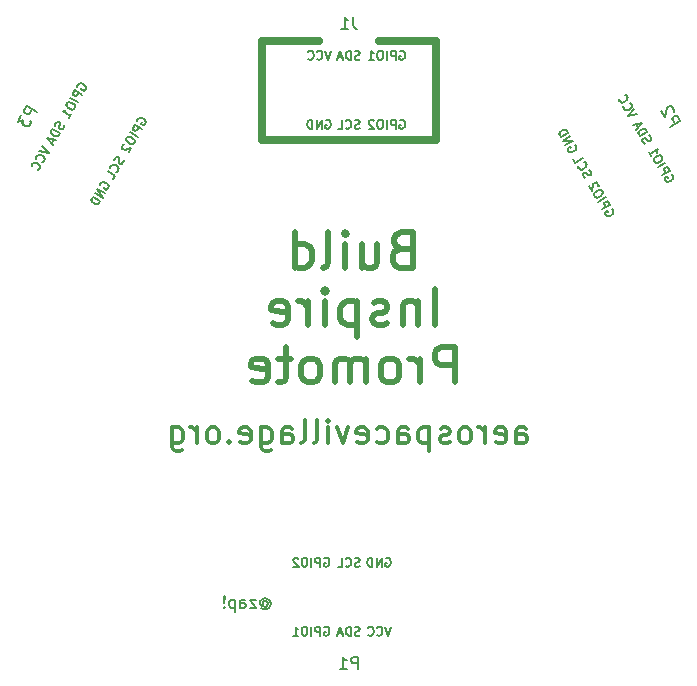
<source format=gbr>
G04 #@! TF.GenerationSoftware,KiCad,Pcbnew,(6.99.0-2452-gdb4f2d9dd8)*
G04 #@! TF.CreationDate,2022-07-29T14:02:10-05:00*
G04 #@! TF.ProjectId,VORTAC SAO Board,564f5254-4143-4205-9341-4f20426f6172,rev?*
G04 #@! TF.SameCoordinates,Original*
G04 #@! TF.FileFunction,Legend,Bot*
G04 #@! TF.FilePolarity,Positive*
%FSLAX46Y46*%
G04 Gerber Fmt 4.6, Leading zero omitted, Abs format (unit mm)*
G04 Created by KiCad (PCBNEW (6.99.0-2452-gdb4f2d9dd8)) date 2022-07-29 14:02:10*
%MOMM*%
%LPD*%
G01*
G04 APERTURE LIST*
G04 Aperture macros list*
%AMHorizOval*
0 Thick line with rounded ends*
0 $1 width*
0 $2 $3 position (X,Y) of the first rounded end (center of the circle)*
0 $4 $5 position (X,Y) of the second rounded end (center of the circle)*
0 Add line between two ends*
20,1,$1,$2,$3,$4,$5,0*
0 Add two circle primitives to create the rounded ends*
1,1,$1,$2,$3*
1,1,$1,$4,$5*%
%AMRotRect*
0 Rectangle, with rotation*
0 The origin of the aperture is its center*
0 $1 length*
0 $2 width*
0 $3 Rotation angle, in degrees counterclockwise*
0 Add horizontal line*
21,1,$1,$2,0,0,$3*%
G04 Aperture macros list end*
%ADD10C,0.500000*%
%ADD11C,0.150000*%
%ADD12C,0.300000*%
%ADD13C,0.700000*%
%ADD14R,1.727200X1.727200*%
%ADD15C,1.727200*%
%ADD16O,1.727200X1.727200*%
%ADD17RotRect,1.727200X1.727200X210.000000*%
%ADD18HorizOval,1.727200X0.000000X0.000000X0.000000X0.000000X0*%
%ADD19RotRect,1.727200X1.727200X330.000000*%
%ADD20HorizOval,1.727200X0.000000X0.000000X0.000000X0.000000X0*%
G04 APERTURE END LIST*
D10*
X144096410Y-87162316D02*
X143667838Y-87305173D01*
X143667838Y-87305173D02*
X143524981Y-87448030D01*
X143524981Y-87448030D02*
X143382124Y-87733744D01*
X143382124Y-87733744D02*
X143382124Y-88162316D01*
X143382124Y-88162316D02*
X143524981Y-88448030D01*
X143524981Y-88448030D02*
X143667838Y-88590887D01*
X143667838Y-88590887D02*
X143953553Y-88733744D01*
X143953553Y-88733744D02*
X145096410Y-88733744D01*
X145096410Y-88733744D02*
X145096410Y-85733744D01*
X145096410Y-85733744D02*
X144096410Y-85733744D01*
X144096410Y-85733744D02*
X143810696Y-85876602D01*
X143810696Y-85876602D02*
X143667838Y-86019459D01*
X143667838Y-86019459D02*
X143524981Y-86305173D01*
X143524981Y-86305173D02*
X143524981Y-86590887D01*
X143524981Y-86590887D02*
X143667838Y-86876602D01*
X143667838Y-86876602D02*
X143810696Y-87019459D01*
X143810696Y-87019459D02*
X144096410Y-87162316D01*
X144096410Y-87162316D02*
X145096410Y-87162316D01*
X140810696Y-86733744D02*
X140810696Y-88733744D01*
X142096410Y-86733744D02*
X142096410Y-88305173D01*
X142096410Y-88305173D02*
X141953553Y-88590887D01*
X141953553Y-88590887D02*
X141667838Y-88733744D01*
X141667838Y-88733744D02*
X141239267Y-88733744D01*
X141239267Y-88733744D02*
X140953553Y-88590887D01*
X140953553Y-88590887D02*
X140810696Y-88448030D01*
X139382124Y-88733744D02*
X139382124Y-86733744D01*
X139382124Y-85733744D02*
X139524981Y-85876602D01*
X139524981Y-85876602D02*
X139382124Y-86019459D01*
X139382124Y-86019459D02*
X139239267Y-85876602D01*
X139239267Y-85876602D02*
X139382124Y-85733744D01*
X139382124Y-85733744D02*
X139382124Y-86019459D01*
X137524981Y-88733744D02*
X137810696Y-88590887D01*
X137810696Y-88590887D02*
X137953553Y-88305173D01*
X137953553Y-88305173D02*
X137953553Y-85733744D01*
X135096410Y-88733744D02*
X135096410Y-85733744D01*
X135096410Y-88590887D02*
X135382124Y-88733744D01*
X135382124Y-88733744D02*
X135953552Y-88733744D01*
X135953552Y-88733744D02*
X136239267Y-88590887D01*
X136239267Y-88590887D02*
X136382124Y-88448030D01*
X136382124Y-88448030D02*
X136524981Y-88162316D01*
X136524981Y-88162316D02*
X136524981Y-87305173D01*
X136524981Y-87305173D02*
X136382124Y-87019459D01*
X136382124Y-87019459D02*
X136239267Y-86876602D01*
X136239267Y-86876602D02*
X135953552Y-86733744D01*
X135953552Y-86733744D02*
X135382124Y-86733744D01*
X135382124Y-86733744D02*
X135096410Y-86876602D01*
X146953552Y-93593744D02*
X146953552Y-90593744D01*
X145524981Y-91593744D02*
X145524981Y-93593744D01*
X145524981Y-91879459D02*
X145382124Y-91736602D01*
X145382124Y-91736602D02*
X145096409Y-91593744D01*
X145096409Y-91593744D02*
X144667838Y-91593744D01*
X144667838Y-91593744D02*
X144382124Y-91736602D01*
X144382124Y-91736602D02*
X144239267Y-92022316D01*
X144239267Y-92022316D02*
X144239267Y-93593744D01*
X142953552Y-93450887D02*
X142667838Y-93593744D01*
X142667838Y-93593744D02*
X142096409Y-93593744D01*
X142096409Y-93593744D02*
X141810695Y-93450887D01*
X141810695Y-93450887D02*
X141667838Y-93165173D01*
X141667838Y-93165173D02*
X141667838Y-93022316D01*
X141667838Y-93022316D02*
X141810695Y-92736602D01*
X141810695Y-92736602D02*
X142096409Y-92593744D01*
X142096409Y-92593744D02*
X142524981Y-92593744D01*
X142524981Y-92593744D02*
X142810695Y-92450887D01*
X142810695Y-92450887D02*
X142953552Y-92165173D01*
X142953552Y-92165173D02*
X142953552Y-92022316D01*
X142953552Y-92022316D02*
X142810695Y-91736602D01*
X142810695Y-91736602D02*
X142524981Y-91593744D01*
X142524981Y-91593744D02*
X142096409Y-91593744D01*
X142096409Y-91593744D02*
X141810695Y-91736602D01*
X140382124Y-91593744D02*
X140382124Y-94593744D01*
X140382124Y-91736602D02*
X140096410Y-91593744D01*
X140096410Y-91593744D02*
X139524981Y-91593744D01*
X139524981Y-91593744D02*
X139239267Y-91736602D01*
X139239267Y-91736602D02*
X139096410Y-91879459D01*
X139096410Y-91879459D02*
X138953552Y-92165173D01*
X138953552Y-92165173D02*
X138953552Y-93022316D01*
X138953552Y-93022316D02*
X139096410Y-93308030D01*
X139096410Y-93308030D02*
X139239267Y-93450887D01*
X139239267Y-93450887D02*
X139524981Y-93593744D01*
X139524981Y-93593744D02*
X140096410Y-93593744D01*
X140096410Y-93593744D02*
X140382124Y-93450887D01*
X137667838Y-93593744D02*
X137667838Y-91593744D01*
X137667838Y-90593744D02*
X137810695Y-90736602D01*
X137810695Y-90736602D02*
X137667838Y-90879459D01*
X137667838Y-90879459D02*
X137524981Y-90736602D01*
X137524981Y-90736602D02*
X137667838Y-90593744D01*
X137667838Y-90593744D02*
X137667838Y-90879459D01*
X136239267Y-93593744D02*
X136239267Y-91593744D01*
X136239267Y-92165173D02*
X136096410Y-91879459D01*
X136096410Y-91879459D02*
X135953553Y-91736602D01*
X135953553Y-91736602D02*
X135667838Y-91593744D01*
X135667838Y-91593744D02*
X135382124Y-91593744D01*
X133239267Y-93450887D02*
X133524981Y-93593744D01*
X133524981Y-93593744D02*
X134096410Y-93593744D01*
X134096410Y-93593744D02*
X134382124Y-93450887D01*
X134382124Y-93450887D02*
X134524981Y-93165173D01*
X134524981Y-93165173D02*
X134524981Y-92022316D01*
X134524981Y-92022316D02*
X134382124Y-91736602D01*
X134382124Y-91736602D02*
X134096410Y-91593744D01*
X134096410Y-91593744D02*
X133524981Y-91593744D01*
X133524981Y-91593744D02*
X133239267Y-91736602D01*
X133239267Y-91736602D02*
X133096410Y-92022316D01*
X133096410Y-92022316D02*
X133096410Y-92308030D01*
X133096410Y-92308030D02*
X134524981Y-92593744D01*
X148667839Y-98453744D02*
X148667839Y-95453744D01*
X148667839Y-95453744D02*
X147524982Y-95453744D01*
X147524982Y-95453744D02*
X147239267Y-95596602D01*
X147239267Y-95596602D02*
X147096410Y-95739459D01*
X147096410Y-95739459D02*
X146953553Y-96025173D01*
X146953553Y-96025173D02*
X146953553Y-96453744D01*
X146953553Y-96453744D02*
X147096410Y-96739459D01*
X147096410Y-96739459D02*
X147239267Y-96882316D01*
X147239267Y-96882316D02*
X147524982Y-97025173D01*
X147524982Y-97025173D02*
X148667839Y-97025173D01*
X145667839Y-98453744D02*
X145667839Y-96453744D01*
X145667839Y-97025173D02*
X145524982Y-96739459D01*
X145524982Y-96739459D02*
X145382125Y-96596602D01*
X145382125Y-96596602D02*
X145096410Y-96453744D01*
X145096410Y-96453744D02*
X144810696Y-96453744D01*
X143382124Y-98453744D02*
X143667839Y-98310887D01*
X143667839Y-98310887D02*
X143810696Y-98168030D01*
X143810696Y-98168030D02*
X143953553Y-97882316D01*
X143953553Y-97882316D02*
X143953553Y-97025173D01*
X143953553Y-97025173D02*
X143810696Y-96739459D01*
X143810696Y-96739459D02*
X143667839Y-96596602D01*
X143667839Y-96596602D02*
X143382124Y-96453744D01*
X143382124Y-96453744D02*
X142953553Y-96453744D01*
X142953553Y-96453744D02*
X142667839Y-96596602D01*
X142667839Y-96596602D02*
X142524982Y-96739459D01*
X142524982Y-96739459D02*
X142382124Y-97025173D01*
X142382124Y-97025173D02*
X142382124Y-97882316D01*
X142382124Y-97882316D02*
X142524982Y-98168030D01*
X142524982Y-98168030D02*
X142667839Y-98310887D01*
X142667839Y-98310887D02*
X142953553Y-98453744D01*
X142953553Y-98453744D02*
X143382124Y-98453744D01*
X141096410Y-98453744D02*
X141096410Y-96453744D01*
X141096410Y-96739459D02*
X140953553Y-96596602D01*
X140953553Y-96596602D02*
X140667838Y-96453744D01*
X140667838Y-96453744D02*
X140239267Y-96453744D01*
X140239267Y-96453744D02*
X139953553Y-96596602D01*
X139953553Y-96596602D02*
X139810696Y-96882316D01*
X139810696Y-96882316D02*
X139810696Y-98453744D01*
X139810696Y-96882316D02*
X139667838Y-96596602D01*
X139667838Y-96596602D02*
X139382124Y-96453744D01*
X139382124Y-96453744D02*
X138953553Y-96453744D01*
X138953553Y-96453744D02*
X138667838Y-96596602D01*
X138667838Y-96596602D02*
X138524981Y-96882316D01*
X138524981Y-96882316D02*
X138524981Y-98453744D01*
X136667838Y-98453744D02*
X136953553Y-98310887D01*
X136953553Y-98310887D02*
X137096410Y-98168030D01*
X137096410Y-98168030D02*
X137239267Y-97882316D01*
X137239267Y-97882316D02*
X137239267Y-97025173D01*
X137239267Y-97025173D02*
X137096410Y-96739459D01*
X137096410Y-96739459D02*
X136953553Y-96596602D01*
X136953553Y-96596602D02*
X136667838Y-96453744D01*
X136667838Y-96453744D02*
X136239267Y-96453744D01*
X136239267Y-96453744D02*
X135953553Y-96596602D01*
X135953553Y-96596602D02*
X135810696Y-96739459D01*
X135810696Y-96739459D02*
X135667838Y-97025173D01*
X135667838Y-97025173D02*
X135667838Y-97882316D01*
X135667838Y-97882316D02*
X135810696Y-98168030D01*
X135810696Y-98168030D02*
X135953553Y-98310887D01*
X135953553Y-98310887D02*
X136239267Y-98453744D01*
X136239267Y-98453744D02*
X136667838Y-98453744D01*
X134810695Y-96453744D02*
X133667838Y-96453744D01*
X134382124Y-95453744D02*
X134382124Y-98025173D01*
X134382124Y-98025173D02*
X134239267Y-98310887D01*
X134239267Y-98310887D02*
X133953552Y-98453744D01*
X133953552Y-98453744D02*
X133667838Y-98453744D01*
X131524981Y-98310887D02*
X131810695Y-98453744D01*
X131810695Y-98453744D02*
X132382124Y-98453744D01*
X132382124Y-98453744D02*
X132667838Y-98310887D01*
X132667838Y-98310887D02*
X132810695Y-98025173D01*
X132810695Y-98025173D02*
X132810695Y-96882316D01*
X132810695Y-96882316D02*
X132667838Y-96596602D01*
X132667838Y-96596602D02*
X132382124Y-96453744D01*
X132382124Y-96453744D02*
X131810695Y-96453744D01*
X131810695Y-96453744D02*
X131524981Y-96596602D01*
X131524981Y-96596602D02*
X131382124Y-96882316D01*
X131382124Y-96882316D02*
X131382124Y-97168030D01*
X131382124Y-97168030D02*
X132810695Y-97453744D01*
D11*
X132408689Y-117055087D02*
X132456308Y-117007468D01*
X132456308Y-117007468D02*
X132551546Y-116959849D01*
X132551546Y-116959849D02*
X132646784Y-116959849D01*
X132646784Y-116959849D02*
X132742022Y-117007468D01*
X132742022Y-117007468D02*
X132789641Y-117055087D01*
X132789641Y-117055087D02*
X132837260Y-117150325D01*
X132837260Y-117150325D02*
X132837260Y-117245563D01*
X132837260Y-117245563D02*
X132789641Y-117340801D01*
X132789641Y-117340801D02*
X132742022Y-117388420D01*
X132742022Y-117388420D02*
X132646784Y-117436039D01*
X132646784Y-117436039D02*
X132551546Y-117436039D01*
X132551546Y-117436039D02*
X132456308Y-117388420D01*
X132456308Y-117388420D02*
X132408689Y-117340801D01*
X132408689Y-116959849D02*
X132408689Y-117340801D01*
X132408689Y-117340801D02*
X132361070Y-117388420D01*
X132361070Y-117388420D02*
X132313451Y-117388420D01*
X132313451Y-117388420D02*
X132218212Y-117340801D01*
X132218212Y-117340801D02*
X132170593Y-117245563D01*
X132170593Y-117245563D02*
X132170593Y-117007468D01*
X132170593Y-117007468D02*
X132265832Y-116864611D01*
X132265832Y-116864611D02*
X132408689Y-116769373D01*
X132408689Y-116769373D02*
X132599165Y-116721754D01*
X132599165Y-116721754D02*
X132789641Y-116769373D01*
X132789641Y-116769373D02*
X132932498Y-116864611D01*
X132932498Y-116864611D02*
X133027736Y-117007468D01*
X133027736Y-117007468D02*
X133075355Y-117197944D01*
X133075355Y-117197944D02*
X133027736Y-117388420D01*
X133027736Y-117388420D02*
X132932498Y-117531277D01*
X132932498Y-117531277D02*
X132789641Y-117626516D01*
X132789641Y-117626516D02*
X132599165Y-117674135D01*
X132599165Y-117674135D02*
X132408689Y-117626516D01*
X132408689Y-117626516D02*
X132265832Y-117531277D01*
X131837260Y-116864611D02*
X131313451Y-116864611D01*
X131313451Y-116864611D02*
X131837260Y-117531277D01*
X131837260Y-117531277D02*
X131313451Y-117531277D01*
X130503927Y-117531277D02*
X130503927Y-117007468D01*
X130503927Y-117007468D02*
X130551546Y-116912230D01*
X130551546Y-116912230D02*
X130646784Y-116864611D01*
X130646784Y-116864611D02*
X130837260Y-116864611D01*
X130837260Y-116864611D02*
X130932498Y-116912230D01*
X130503927Y-117483658D02*
X130599165Y-117531277D01*
X130599165Y-117531277D02*
X130837260Y-117531277D01*
X130837260Y-117531277D02*
X130932498Y-117483658D01*
X130932498Y-117483658D02*
X130980117Y-117388420D01*
X130980117Y-117388420D02*
X130980117Y-117293182D01*
X130980117Y-117293182D02*
X130932498Y-117197944D01*
X130932498Y-117197944D02*
X130837260Y-117150325D01*
X130837260Y-117150325D02*
X130599165Y-117150325D01*
X130599165Y-117150325D02*
X130503927Y-117102706D01*
X130027736Y-116864611D02*
X130027736Y-117864611D01*
X130027736Y-116912230D02*
X129932498Y-116864611D01*
X129932498Y-116864611D02*
X129742022Y-116864611D01*
X129742022Y-116864611D02*
X129646784Y-116912230D01*
X129646784Y-116912230D02*
X129599165Y-116959849D01*
X129599165Y-116959849D02*
X129551546Y-117055087D01*
X129551546Y-117055087D02*
X129551546Y-117340801D01*
X129551546Y-117340801D02*
X129599165Y-117436039D01*
X129599165Y-117436039D02*
X129646784Y-117483658D01*
X129646784Y-117483658D02*
X129742022Y-117531277D01*
X129742022Y-117531277D02*
X129932498Y-117531277D01*
X129932498Y-117531277D02*
X130027736Y-117483658D01*
X129122974Y-117436039D02*
X129075355Y-117483658D01*
X129075355Y-117483658D02*
X129122974Y-117531277D01*
X129122974Y-117531277D02*
X129170593Y-117483658D01*
X129170593Y-117483658D02*
X129122974Y-117436039D01*
X129122974Y-117436039D02*
X129122974Y-117531277D01*
X129122974Y-117150325D02*
X129170593Y-116578897D01*
X129170593Y-116578897D02*
X129122974Y-116531277D01*
X129122974Y-116531277D02*
X129075355Y-116578897D01*
X129075355Y-116578897D02*
X129122974Y-117150325D01*
X129122974Y-117150325D02*
X129122974Y-116531277D01*
D12*
X153842858Y-103604761D02*
X153842858Y-102557142D01*
X153842858Y-102557142D02*
X153938096Y-102366666D01*
X153938096Y-102366666D02*
X154128572Y-102271428D01*
X154128572Y-102271428D02*
X154509525Y-102271428D01*
X154509525Y-102271428D02*
X154700001Y-102366666D01*
X153842858Y-103509523D02*
X154033334Y-103604761D01*
X154033334Y-103604761D02*
X154509525Y-103604761D01*
X154509525Y-103604761D02*
X154700001Y-103509523D01*
X154700001Y-103509523D02*
X154795239Y-103319047D01*
X154795239Y-103319047D02*
X154795239Y-103128571D01*
X154795239Y-103128571D02*
X154700001Y-102938095D01*
X154700001Y-102938095D02*
X154509525Y-102842857D01*
X154509525Y-102842857D02*
X154033334Y-102842857D01*
X154033334Y-102842857D02*
X153842858Y-102747619D01*
X152128572Y-103509523D02*
X152319048Y-103604761D01*
X152319048Y-103604761D02*
X152700001Y-103604761D01*
X152700001Y-103604761D02*
X152890477Y-103509523D01*
X152890477Y-103509523D02*
X152985715Y-103319047D01*
X152985715Y-103319047D02*
X152985715Y-102557142D01*
X152985715Y-102557142D02*
X152890477Y-102366666D01*
X152890477Y-102366666D02*
X152700001Y-102271428D01*
X152700001Y-102271428D02*
X152319048Y-102271428D01*
X152319048Y-102271428D02*
X152128572Y-102366666D01*
X152128572Y-102366666D02*
X152033334Y-102557142D01*
X152033334Y-102557142D02*
X152033334Y-102747619D01*
X152033334Y-102747619D02*
X152985715Y-102938095D01*
X151176191Y-103604761D02*
X151176191Y-102271428D01*
X151176191Y-102652380D02*
X151080953Y-102461904D01*
X151080953Y-102461904D02*
X150985715Y-102366666D01*
X150985715Y-102366666D02*
X150795239Y-102271428D01*
X150795239Y-102271428D02*
X150604762Y-102271428D01*
X149652382Y-103604761D02*
X149842858Y-103509523D01*
X149842858Y-103509523D02*
X149938096Y-103414285D01*
X149938096Y-103414285D02*
X150033334Y-103223809D01*
X150033334Y-103223809D02*
X150033334Y-102652380D01*
X150033334Y-102652380D02*
X149938096Y-102461904D01*
X149938096Y-102461904D02*
X149842858Y-102366666D01*
X149842858Y-102366666D02*
X149652382Y-102271428D01*
X149652382Y-102271428D02*
X149366667Y-102271428D01*
X149366667Y-102271428D02*
X149176191Y-102366666D01*
X149176191Y-102366666D02*
X149080953Y-102461904D01*
X149080953Y-102461904D02*
X148985715Y-102652380D01*
X148985715Y-102652380D02*
X148985715Y-103223809D01*
X148985715Y-103223809D02*
X149080953Y-103414285D01*
X149080953Y-103414285D02*
X149176191Y-103509523D01*
X149176191Y-103509523D02*
X149366667Y-103604761D01*
X149366667Y-103604761D02*
X149652382Y-103604761D01*
X148223810Y-103509523D02*
X148033334Y-103604761D01*
X148033334Y-103604761D02*
X147652382Y-103604761D01*
X147652382Y-103604761D02*
X147461905Y-103509523D01*
X147461905Y-103509523D02*
X147366667Y-103319047D01*
X147366667Y-103319047D02*
X147366667Y-103223809D01*
X147366667Y-103223809D02*
X147461905Y-103033333D01*
X147461905Y-103033333D02*
X147652382Y-102938095D01*
X147652382Y-102938095D02*
X147938096Y-102938095D01*
X147938096Y-102938095D02*
X148128572Y-102842857D01*
X148128572Y-102842857D02*
X148223810Y-102652380D01*
X148223810Y-102652380D02*
X148223810Y-102557142D01*
X148223810Y-102557142D02*
X148128572Y-102366666D01*
X148128572Y-102366666D02*
X147938096Y-102271428D01*
X147938096Y-102271428D02*
X147652382Y-102271428D01*
X147652382Y-102271428D02*
X147461905Y-102366666D01*
X146509524Y-102271428D02*
X146509524Y-104271428D01*
X146509524Y-102366666D02*
X146319048Y-102271428D01*
X146319048Y-102271428D02*
X145938095Y-102271428D01*
X145938095Y-102271428D02*
X145747619Y-102366666D01*
X145747619Y-102366666D02*
X145652381Y-102461904D01*
X145652381Y-102461904D02*
X145557143Y-102652380D01*
X145557143Y-102652380D02*
X145557143Y-103223809D01*
X145557143Y-103223809D02*
X145652381Y-103414285D01*
X145652381Y-103414285D02*
X145747619Y-103509523D01*
X145747619Y-103509523D02*
X145938095Y-103604761D01*
X145938095Y-103604761D02*
X146319048Y-103604761D01*
X146319048Y-103604761D02*
X146509524Y-103509523D01*
X143842857Y-103604761D02*
X143842857Y-102557142D01*
X143842857Y-102557142D02*
X143938095Y-102366666D01*
X143938095Y-102366666D02*
X144128571Y-102271428D01*
X144128571Y-102271428D02*
X144509524Y-102271428D01*
X144509524Y-102271428D02*
X144700000Y-102366666D01*
X143842857Y-103509523D02*
X144033333Y-103604761D01*
X144033333Y-103604761D02*
X144509524Y-103604761D01*
X144509524Y-103604761D02*
X144700000Y-103509523D01*
X144700000Y-103509523D02*
X144795238Y-103319047D01*
X144795238Y-103319047D02*
X144795238Y-103128571D01*
X144795238Y-103128571D02*
X144700000Y-102938095D01*
X144700000Y-102938095D02*
X144509524Y-102842857D01*
X144509524Y-102842857D02*
X144033333Y-102842857D01*
X144033333Y-102842857D02*
X143842857Y-102747619D01*
X142033333Y-103509523D02*
X142223809Y-103604761D01*
X142223809Y-103604761D02*
X142604762Y-103604761D01*
X142604762Y-103604761D02*
X142795238Y-103509523D01*
X142795238Y-103509523D02*
X142890476Y-103414285D01*
X142890476Y-103414285D02*
X142985714Y-103223809D01*
X142985714Y-103223809D02*
X142985714Y-102652380D01*
X142985714Y-102652380D02*
X142890476Y-102461904D01*
X142890476Y-102461904D02*
X142795238Y-102366666D01*
X142795238Y-102366666D02*
X142604762Y-102271428D01*
X142604762Y-102271428D02*
X142223809Y-102271428D01*
X142223809Y-102271428D02*
X142033333Y-102366666D01*
X140414285Y-103509523D02*
X140604761Y-103604761D01*
X140604761Y-103604761D02*
X140985714Y-103604761D01*
X140985714Y-103604761D02*
X141176190Y-103509523D01*
X141176190Y-103509523D02*
X141271428Y-103319047D01*
X141271428Y-103319047D02*
X141271428Y-102557142D01*
X141271428Y-102557142D02*
X141176190Y-102366666D01*
X141176190Y-102366666D02*
X140985714Y-102271428D01*
X140985714Y-102271428D02*
X140604761Y-102271428D01*
X140604761Y-102271428D02*
X140414285Y-102366666D01*
X140414285Y-102366666D02*
X140319047Y-102557142D01*
X140319047Y-102557142D02*
X140319047Y-102747619D01*
X140319047Y-102747619D02*
X141271428Y-102938095D01*
X139652380Y-102271428D02*
X139176190Y-103604761D01*
X139176190Y-103604761D02*
X138699999Y-102271428D01*
X137938094Y-103604761D02*
X137938094Y-102271428D01*
X137938094Y-101604761D02*
X138033332Y-101700000D01*
X138033332Y-101700000D02*
X137938094Y-101795238D01*
X137938094Y-101795238D02*
X137842856Y-101700000D01*
X137842856Y-101700000D02*
X137938094Y-101604761D01*
X137938094Y-101604761D02*
X137938094Y-101795238D01*
X136699999Y-103604761D02*
X136890475Y-103509523D01*
X136890475Y-103509523D02*
X136985713Y-103319047D01*
X136985713Y-103319047D02*
X136985713Y-101604761D01*
X135652380Y-103604761D02*
X135842856Y-103509523D01*
X135842856Y-103509523D02*
X135938094Y-103319047D01*
X135938094Y-103319047D02*
X135938094Y-101604761D01*
X134033332Y-103604761D02*
X134033332Y-102557142D01*
X134033332Y-102557142D02*
X134128570Y-102366666D01*
X134128570Y-102366666D02*
X134319046Y-102271428D01*
X134319046Y-102271428D02*
X134699999Y-102271428D01*
X134699999Y-102271428D02*
X134890475Y-102366666D01*
X134033332Y-103509523D02*
X134223808Y-103604761D01*
X134223808Y-103604761D02*
X134699999Y-103604761D01*
X134699999Y-103604761D02*
X134890475Y-103509523D01*
X134890475Y-103509523D02*
X134985713Y-103319047D01*
X134985713Y-103319047D02*
X134985713Y-103128571D01*
X134985713Y-103128571D02*
X134890475Y-102938095D01*
X134890475Y-102938095D02*
X134699999Y-102842857D01*
X134699999Y-102842857D02*
X134223808Y-102842857D01*
X134223808Y-102842857D02*
X134033332Y-102747619D01*
X132223808Y-102271428D02*
X132223808Y-103890476D01*
X132223808Y-103890476D02*
X132319046Y-104080952D01*
X132319046Y-104080952D02*
X132414284Y-104176190D01*
X132414284Y-104176190D02*
X132604761Y-104271428D01*
X132604761Y-104271428D02*
X132890475Y-104271428D01*
X132890475Y-104271428D02*
X133080951Y-104176190D01*
X132223808Y-103509523D02*
X132414284Y-103604761D01*
X132414284Y-103604761D02*
X132795237Y-103604761D01*
X132795237Y-103604761D02*
X132985713Y-103509523D01*
X132985713Y-103509523D02*
X133080951Y-103414285D01*
X133080951Y-103414285D02*
X133176189Y-103223809D01*
X133176189Y-103223809D02*
X133176189Y-102652380D01*
X133176189Y-102652380D02*
X133080951Y-102461904D01*
X133080951Y-102461904D02*
X132985713Y-102366666D01*
X132985713Y-102366666D02*
X132795237Y-102271428D01*
X132795237Y-102271428D02*
X132414284Y-102271428D01*
X132414284Y-102271428D02*
X132223808Y-102366666D01*
X130509522Y-103509523D02*
X130699998Y-103604761D01*
X130699998Y-103604761D02*
X131080951Y-103604761D01*
X131080951Y-103604761D02*
X131271427Y-103509523D01*
X131271427Y-103509523D02*
X131366665Y-103319047D01*
X131366665Y-103319047D02*
X131366665Y-102557142D01*
X131366665Y-102557142D02*
X131271427Y-102366666D01*
X131271427Y-102366666D02*
X131080951Y-102271428D01*
X131080951Y-102271428D02*
X130699998Y-102271428D01*
X130699998Y-102271428D02*
X130509522Y-102366666D01*
X130509522Y-102366666D02*
X130414284Y-102557142D01*
X130414284Y-102557142D02*
X130414284Y-102747619D01*
X130414284Y-102747619D02*
X131366665Y-102938095D01*
X129557141Y-103414285D02*
X129461903Y-103509523D01*
X129461903Y-103509523D02*
X129557141Y-103604761D01*
X129557141Y-103604761D02*
X129652379Y-103509523D01*
X129652379Y-103509523D02*
X129557141Y-103414285D01*
X129557141Y-103414285D02*
X129557141Y-103604761D01*
X128319046Y-103604761D02*
X128509522Y-103509523D01*
X128509522Y-103509523D02*
X128604760Y-103414285D01*
X128604760Y-103414285D02*
X128699998Y-103223809D01*
X128699998Y-103223809D02*
X128699998Y-102652380D01*
X128699998Y-102652380D02*
X128604760Y-102461904D01*
X128604760Y-102461904D02*
X128509522Y-102366666D01*
X128509522Y-102366666D02*
X128319046Y-102271428D01*
X128319046Y-102271428D02*
X128033331Y-102271428D01*
X128033331Y-102271428D02*
X127842855Y-102366666D01*
X127842855Y-102366666D02*
X127747617Y-102461904D01*
X127747617Y-102461904D02*
X127652379Y-102652380D01*
X127652379Y-102652380D02*
X127652379Y-103223809D01*
X127652379Y-103223809D02*
X127747617Y-103414285D01*
X127747617Y-103414285D02*
X127842855Y-103509523D01*
X127842855Y-103509523D02*
X128033331Y-103604761D01*
X128033331Y-103604761D02*
X128319046Y-103604761D01*
X126795236Y-103604761D02*
X126795236Y-102271428D01*
X126795236Y-102652380D02*
X126699998Y-102461904D01*
X126699998Y-102461904D02*
X126604760Y-102366666D01*
X126604760Y-102366666D02*
X126414284Y-102271428D01*
X126414284Y-102271428D02*
X126223807Y-102271428D01*
X124699998Y-102271428D02*
X124699998Y-103890476D01*
X124699998Y-103890476D02*
X124795236Y-104080952D01*
X124795236Y-104080952D02*
X124890474Y-104176190D01*
X124890474Y-104176190D02*
X125080951Y-104271428D01*
X125080951Y-104271428D02*
X125366665Y-104271428D01*
X125366665Y-104271428D02*
X125557141Y-104176190D01*
X124699998Y-103509523D02*
X124890474Y-103604761D01*
X124890474Y-103604761D02*
X125271427Y-103604761D01*
X125271427Y-103604761D02*
X125461903Y-103509523D01*
X125461903Y-103509523D02*
X125557141Y-103414285D01*
X125557141Y-103414285D02*
X125652379Y-103223809D01*
X125652379Y-103223809D02*
X125652379Y-102652380D01*
X125652379Y-102652380D02*
X125557141Y-102461904D01*
X125557141Y-102461904D02*
X125461903Y-102366666D01*
X125461903Y-102366666D02*
X125271427Y-102271428D01*
X125271427Y-102271428D02*
X124890474Y-102271428D01*
X124890474Y-102271428D02*
X124699998Y-102366666D01*
D11*
X140438094Y-122707380D02*
X140438094Y-121707380D01*
X140438094Y-121707380D02*
X140057142Y-121707380D01*
X140057142Y-121707380D02*
X139961904Y-121755000D01*
X139961904Y-121755000D02*
X139914285Y-121802619D01*
X139914285Y-121802619D02*
X139866666Y-121897857D01*
X139866666Y-121897857D02*
X139866666Y-122040714D01*
X139866666Y-122040714D02*
X139914285Y-122135952D01*
X139914285Y-122135952D02*
X139961904Y-122183571D01*
X139961904Y-122183571D02*
X140057142Y-122231190D01*
X140057142Y-122231190D02*
X140438094Y-122231190D01*
X138914285Y-122707380D02*
X139485713Y-122707380D01*
X139199999Y-122707380D02*
X139199999Y-121707380D01*
X139199999Y-121707380D02*
X139295237Y-121850238D01*
X139295237Y-121850238D02*
X139390475Y-121945476D01*
X139390475Y-121945476D02*
X139485713Y-121993095D01*
X137607142Y-119195250D02*
X137678571Y-119159535D01*
X137678571Y-119159535D02*
X137785713Y-119159535D01*
X137785713Y-119159535D02*
X137892856Y-119195250D01*
X137892856Y-119195250D02*
X137964285Y-119266678D01*
X137964285Y-119266678D02*
X137999999Y-119338107D01*
X137999999Y-119338107D02*
X138035713Y-119480964D01*
X138035713Y-119480964D02*
X138035713Y-119588107D01*
X138035713Y-119588107D02*
X137999999Y-119730964D01*
X137999999Y-119730964D02*
X137964285Y-119802392D01*
X137964285Y-119802392D02*
X137892856Y-119873821D01*
X137892856Y-119873821D02*
X137785713Y-119909535D01*
X137785713Y-119909535D02*
X137714285Y-119909535D01*
X137714285Y-119909535D02*
X137607142Y-119873821D01*
X137607142Y-119873821D02*
X137571428Y-119838107D01*
X137571428Y-119838107D02*
X137571428Y-119588107D01*
X137571428Y-119588107D02*
X137714285Y-119588107D01*
X137249999Y-119909535D02*
X137249999Y-119159535D01*
X137249999Y-119159535D02*
X136964285Y-119159535D01*
X136964285Y-119159535D02*
X136892856Y-119195250D01*
X136892856Y-119195250D02*
X136857142Y-119230964D01*
X136857142Y-119230964D02*
X136821428Y-119302392D01*
X136821428Y-119302392D02*
X136821428Y-119409535D01*
X136821428Y-119409535D02*
X136857142Y-119480964D01*
X136857142Y-119480964D02*
X136892856Y-119516678D01*
X136892856Y-119516678D02*
X136964285Y-119552392D01*
X136964285Y-119552392D02*
X137249999Y-119552392D01*
X136499999Y-119909535D02*
X136499999Y-119159535D01*
X135999999Y-119159535D02*
X135857142Y-119159535D01*
X135857142Y-119159535D02*
X135785713Y-119195250D01*
X135785713Y-119195250D02*
X135714285Y-119266678D01*
X135714285Y-119266678D02*
X135678570Y-119409535D01*
X135678570Y-119409535D02*
X135678570Y-119659535D01*
X135678570Y-119659535D02*
X135714285Y-119802392D01*
X135714285Y-119802392D02*
X135785713Y-119873821D01*
X135785713Y-119873821D02*
X135857142Y-119909535D01*
X135857142Y-119909535D02*
X135999999Y-119909535D01*
X135999999Y-119909535D02*
X136071428Y-119873821D01*
X136071428Y-119873821D02*
X136142856Y-119802392D01*
X136142856Y-119802392D02*
X136178570Y-119659535D01*
X136178570Y-119659535D02*
X136178570Y-119409535D01*
X136178570Y-119409535D02*
X136142856Y-119266678D01*
X136142856Y-119266678D02*
X136071428Y-119195250D01*
X136071428Y-119195250D02*
X135999999Y-119159535D01*
X134964285Y-119909535D02*
X135392856Y-119909535D01*
X135178571Y-119909535D02*
X135178571Y-119159535D01*
X135178571Y-119159535D02*
X135249999Y-119266678D01*
X135249999Y-119266678D02*
X135321428Y-119338107D01*
X135321428Y-119338107D02*
X135392856Y-119373821D01*
X143239999Y-119159535D02*
X142989999Y-119909535D01*
X142989999Y-119909535D02*
X142739999Y-119159535D01*
X142061428Y-119838107D02*
X142097142Y-119873821D01*
X142097142Y-119873821D02*
X142204285Y-119909535D01*
X142204285Y-119909535D02*
X142275713Y-119909535D01*
X142275713Y-119909535D02*
X142382856Y-119873821D01*
X142382856Y-119873821D02*
X142454285Y-119802392D01*
X142454285Y-119802392D02*
X142489999Y-119730964D01*
X142489999Y-119730964D02*
X142525713Y-119588107D01*
X142525713Y-119588107D02*
X142525713Y-119480964D01*
X142525713Y-119480964D02*
X142489999Y-119338107D01*
X142489999Y-119338107D02*
X142454285Y-119266678D01*
X142454285Y-119266678D02*
X142382856Y-119195250D01*
X142382856Y-119195250D02*
X142275713Y-119159535D01*
X142275713Y-119159535D02*
X142204285Y-119159535D01*
X142204285Y-119159535D02*
X142097142Y-119195250D01*
X142097142Y-119195250D02*
X142061428Y-119230964D01*
X141311428Y-119838107D02*
X141347142Y-119873821D01*
X141347142Y-119873821D02*
X141454285Y-119909535D01*
X141454285Y-119909535D02*
X141525713Y-119909535D01*
X141525713Y-119909535D02*
X141632856Y-119873821D01*
X141632856Y-119873821D02*
X141704285Y-119802392D01*
X141704285Y-119802392D02*
X141739999Y-119730964D01*
X141739999Y-119730964D02*
X141775713Y-119588107D01*
X141775713Y-119588107D02*
X141775713Y-119480964D01*
X141775713Y-119480964D02*
X141739999Y-119338107D01*
X141739999Y-119338107D02*
X141704285Y-119266678D01*
X141704285Y-119266678D02*
X141632856Y-119195250D01*
X141632856Y-119195250D02*
X141525713Y-119159535D01*
X141525713Y-119159535D02*
X141454285Y-119159535D01*
X141454285Y-119159535D02*
X141347142Y-119195250D01*
X141347142Y-119195250D02*
X141311428Y-119230964D01*
X140592856Y-114031821D02*
X140485714Y-114067535D01*
X140485714Y-114067535D02*
X140307142Y-114067535D01*
X140307142Y-114067535D02*
X140235714Y-114031821D01*
X140235714Y-114031821D02*
X140199999Y-113996107D01*
X140199999Y-113996107D02*
X140164285Y-113924678D01*
X140164285Y-113924678D02*
X140164285Y-113853250D01*
X140164285Y-113853250D02*
X140199999Y-113781821D01*
X140199999Y-113781821D02*
X140235714Y-113746107D01*
X140235714Y-113746107D02*
X140307142Y-113710392D01*
X140307142Y-113710392D02*
X140449999Y-113674678D01*
X140449999Y-113674678D02*
X140521428Y-113638964D01*
X140521428Y-113638964D02*
X140557142Y-113603250D01*
X140557142Y-113603250D02*
X140592856Y-113531821D01*
X140592856Y-113531821D02*
X140592856Y-113460392D01*
X140592856Y-113460392D02*
X140557142Y-113388964D01*
X140557142Y-113388964D02*
X140521428Y-113353250D01*
X140521428Y-113353250D02*
X140449999Y-113317535D01*
X140449999Y-113317535D02*
X140271428Y-113317535D01*
X140271428Y-113317535D02*
X140164285Y-113353250D01*
X139414285Y-113996107D02*
X139449999Y-114031821D01*
X139449999Y-114031821D02*
X139557142Y-114067535D01*
X139557142Y-114067535D02*
X139628570Y-114067535D01*
X139628570Y-114067535D02*
X139735713Y-114031821D01*
X139735713Y-114031821D02*
X139807142Y-113960392D01*
X139807142Y-113960392D02*
X139842856Y-113888964D01*
X139842856Y-113888964D02*
X139878570Y-113746107D01*
X139878570Y-113746107D02*
X139878570Y-113638964D01*
X139878570Y-113638964D02*
X139842856Y-113496107D01*
X139842856Y-113496107D02*
X139807142Y-113424678D01*
X139807142Y-113424678D02*
X139735713Y-113353250D01*
X139735713Y-113353250D02*
X139628570Y-113317535D01*
X139628570Y-113317535D02*
X139557142Y-113317535D01*
X139557142Y-113317535D02*
X139449999Y-113353250D01*
X139449999Y-113353250D02*
X139414285Y-113388964D01*
X138735713Y-114067535D02*
X139092856Y-114067535D01*
X139092856Y-114067535D02*
X139092856Y-113317535D01*
X142811428Y-113353250D02*
X142882857Y-113317535D01*
X142882857Y-113317535D02*
X142989999Y-113317535D01*
X142989999Y-113317535D02*
X143097142Y-113353250D01*
X143097142Y-113353250D02*
X143168571Y-113424678D01*
X143168571Y-113424678D02*
X143204285Y-113496107D01*
X143204285Y-113496107D02*
X143239999Y-113638964D01*
X143239999Y-113638964D02*
X143239999Y-113746107D01*
X143239999Y-113746107D02*
X143204285Y-113888964D01*
X143204285Y-113888964D02*
X143168571Y-113960392D01*
X143168571Y-113960392D02*
X143097142Y-114031821D01*
X143097142Y-114031821D02*
X142989999Y-114067535D01*
X142989999Y-114067535D02*
X142918571Y-114067535D01*
X142918571Y-114067535D02*
X142811428Y-114031821D01*
X142811428Y-114031821D02*
X142775714Y-113996107D01*
X142775714Y-113996107D02*
X142775714Y-113746107D01*
X142775714Y-113746107D02*
X142918571Y-113746107D01*
X142454285Y-114067535D02*
X142454285Y-113317535D01*
X142454285Y-113317535D02*
X142025714Y-114067535D01*
X142025714Y-114067535D02*
X142025714Y-113317535D01*
X141668571Y-114067535D02*
X141668571Y-113317535D01*
X141668571Y-113317535D02*
X141490000Y-113317535D01*
X141490000Y-113317535D02*
X141382857Y-113353250D01*
X141382857Y-113353250D02*
X141311428Y-113424678D01*
X141311428Y-113424678D02*
X141275714Y-113496107D01*
X141275714Y-113496107D02*
X141240000Y-113638964D01*
X141240000Y-113638964D02*
X141240000Y-113746107D01*
X141240000Y-113746107D02*
X141275714Y-113888964D01*
X141275714Y-113888964D02*
X141311428Y-113960392D01*
X141311428Y-113960392D02*
X141382857Y-114031821D01*
X141382857Y-114031821D02*
X141490000Y-114067535D01*
X141490000Y-114067535D02*
X141668571Y-114067535D01*
X137607142Y-113353250D02*
X137678571Y-113317535D01*
X137678571Y-113317535D02*
X137785713Y-113317535D01*
X137785713Y-113317535D02*
X137892856Y-113353250D01*
X137892856Y-113353250D02*
X137964285Y-113424678D01*
X137964285Y-113424678D02*
X137999999Y-113496107D01*
X137999999Y-113496107D02*
X138035713Y-113638964D01*
X138035713Y-113638964D02*
X138035713Y-113746107D01*
X138035713Y-113746107D02*
X137999999Y-113888964D01*
X137999999Y-113888964D02*
X137964285Y-113960392D01*
X137964285Y-113960392D02*
X137892856Y-114031821D01*
X137892856Y-114031821D02*
X137785713Y-114067535D01*
X137785713Y-114067535D02*
X137714285Y-114067535D01*
X137714285Y-114067535D02*
X137607142Y-114031821D01*
X137607142Y-114031821D02*
X137571428Y-113996107D01*
X137571428Y-113996107D02*
X137571428Y-113746107D01*
X137571428Y-113746107D02*
X137714285Y-113746107D01*
X137249999Y-114067535D02*
X137249999Y-113317535D01*
X137249999Y-113317535D02*
X136964285Y-113317535D01*
X136964285Y-113317535D02*
X136892856Y-113353250D01*
X136892856Y-113353250D02*
X136857142Y-113388964D01*
X136857142Y-113388964D02*
X136821428Y-113460392D01*
X136821428Y-113460392D02*
X136821428Y-113567535D01*
X136821428Y-113567535D02*
X136857142Y-113638964D01*
X136857142Y-113638964D02*
X136892856Y-113674678D01*
X136892856Y-113674678D02*
X136964285Y-113710392D01*
X136964285Y-113710392D02*
X137249999Y-113710392D01*
X136499999Y-114067535D02*
X136499999Y-113317535D01*
X135999999Y-113317535D02*
X135857142Y-113317535D01*
X135857142Y-113317535D02*
X135785713Y-113353250D01*
X135785713Y-113353250D02*
X135714285Y-113424678D01*
X135714285Y-113424678D02*
X135678570Y-113567535D01*
X135678570Y-113567535D02*
X135678570Y-113817535D01*
X135678570Y-113817535D02*
X135714285Y-113960392D01*
X135714285Y-113960392D02*
X135785713Y-114031821D01*
X135785713Y-114031821D02*
X135857142Y-114067535D01*
X135857142Y-114067535D02*
X135999999Y-114067535D01*
X135999999Y-114067535D02*
X136071428Y-114031821D01*
X136071428Y-114031821D02*
X136142856Y-113960392D01*
X136142856Y-113960392D02*
X136178570Y-113817535D01*
X136178570Y-113817535D02*
X136178570Y-113567535D01*
X136178570Y-113567535D02*
X136142856Y-113424678D01*
X136142856Y-113424678D02*
X136071428Y-113353250D01*
X136071428Y-113353250D02*
X135999999Y-113317535D01*
X135392856Y-113388964D02*
X135357142Y-113353250D01*
X135357142Y-113353250D02*
X135285714Y-113317535D01*
X135285714Y-113317535D02*
X135107142Y-113317535D01*
X135107142Y-113317535D02*
X135035714Y-113353250D01*
X135035714Y-113353250D02*
X134999999Y-113388964D01*
X134999999Y-113388964D02*
X134964285Y-113460392D01*
X134964285Y-113460392D02*
X134964285Y-113531821D01*
X134964285Y-113531821D02*
X134999999Y-113638964D01*
X134999999Y-113638964D02*
X135428571Y-114067535D01*
X135428571Y-114067535D02*
X134964285Y-114067535D01*
X140610713Y-119873821D02*
X140503571Y-119909535D01*
X140503571Y-119909535D02*
X140324999Y-119909535D01*
X140324999Y-119909535D02*
X140253571Y-119873821D01*
X140253571Y-119873821D02*
X140217856Y-119838107D01*
X140217856Y-119838107D02*
X140182142Y-119766678D01*
X140182142Y-119766678D02*
X140182142Y-119695250D01*
X140182142Y-119695250D02*
X140217856Y-119623821D01*
X140217856Y-119623821D02*
X140253571Y-119588107D01*
X140253571Y-119588107D02*
X140324999Y-119552392D01*
X140324999Y-119552392D02*
X140467856Y-119516678D01*
X140467856Y-119516678D02*
X140539285Y-119480964D01*
X140539285Y-119480964D02*
X140574999Y-119445250D01*
X140574999Y-119445250D02*
X140610713Y-119373821D01*
X140610713Y-119373821D02*
X140610713Y-119302392D01*
X140610713Y-119302392D02*
X140574999Y-119230964D01*
X140574999Y-119230964D02*
X140539285Y-119195250D01*
X140539285Y-119195250D02*
X140467856Y-119159535D01*
X140467856Y-119159535D02*
X140289285Y-119159535D01*
X140289285Y-119159535D02*
X140182142Y-119195250D01*
X139860713Y-119909535D02*
X139860713Y-119159535D01*
X139860713Y-119159535D02*
X139682142Y-119159535D01*
X139682142Y-119159535D02*
X139574999Y-119195250D01*
X139574999Y-119195250D02*
X139503570Y-119266678D01*
X139503570Y-119266678D02*
X139467856Y-119338107D01*
X139467856Y-119338107D02*
X139432142Y-119480964D01*
X139432142Y-119480964D02*
X139432142Y-119588107D01*
X139432142Y-119588107D02*
X139467856Y-119730964D01*
X139467856Y-119730964D02*
X139503570Y-119802392D01*
X139503570Y-119802392D02*
X139574999Y-119873821D01*
X139574999Y-119873821D02*
X139682142Y-119909535D01*
X139682142Y-119909535D02*
X139860713Y-119909535D01*
X139146427Y-119695250D02*
X138789285Y-119695250D01*
X139217856Y-119909535D02*
X138967856Y-119159535D01*
X138967856Y-119159535D02*
X138717856Y-119909535D01*
X166866026Y-76812899D02*
X167732051Y-76312899D01*
X167732051Y-76312899D02*
X167541575Y-75982984D01*
X167541575Y-75982984D02*
X167452717Y-75924315D01*
X167452717Y-75924315D02*
X167387668Y-75906885D01*
X167387668Y-75906885D02*
X167281380Y-75913265D01*
X167281380Y-75913265D02*
X167157662Y-75984694D01*
X167157662Y-75984694D02*
X167098993Y-76073552D01*
X167098993Y-76073552D02*
X167081563Y-76138601D01*
X167081563Y-76138601D02*
X167087943Y-76244889D01*
X167087943Y-76244889D02*
X167278419Y-76574804D01*
X167173382Y-75535732D02*
X167190812Y-75470683D01*
X167190812Y-75470683D02*
X167184432Y-75364395D01*
X167184432Y-75364395D02*
X167065384Y-75158198D01*
X167065384Y-75158198D02*
X166976526Y-75099529D01*
X166976526Y-75099529D02*
X166911477Y-75082099D01*
X166911477Y-75082099D02*
X166805189Y-75088479D01*
X166805189Y-75088479D02*
X166722710Y-75136098D01*
X166722710Y-75136098D02*
X166622802Y-75248766D01*
X166622802Y-75248766D02*
X166413645Y-76029352D01*
X166413645Y-76029352D02*
X166104121Y-75493241D01*
X167005214Y-80853719D02*
X167071858Y-80897721D01*
X167071858Y-80897721D02*
X167125430Y-80990509D01*
X167125430Y-80990509D02*
X167148072Y-81101155D01*
X167148072Y-81101155D02*
X167121927Y-81198728D01*
X167121927Y-81198728D02*
X167077925Y-81265372D01*
X167077925Y-81265372D02*
X166972064Y-81367730D01*
X166972064Y-81367730D02*
X166879276Y-81421301D01*
X166879276Y-81421301D02*
X166737701Y-81461800D01*
X166737701Y-81461800D02*
X166657985Y-81466585D01*
X166657985Y-81466585D02*
X166560411Y-81440441D01*
X166560411Y-81440441D02*
X166475911Y-81365509D01*
X166475911Y-81365509D02*
X166440196Y-81303650D01*
X166440196Y-81303650D02*
X166417554Y-81193005D01*
X166417554Y-81193005D02*
X166430627Y-81144218D01*
X166430627Y-81144218D02*
X166647133Y-81019218D01*
X166647133Y-81019218D02*
X166718562Y-81142936D01*
X166208053Y-80901567D02*
X166857572Y-80526567D01*
X166857572Y-80526567D02*
X166714715Y-80279131D01*
X166714715Y-80279131D02*
X166648072Y-80235129D01*
X166648072Y-80235129D02*
X166599285Y-80222057D01*
X166599285Y-80222057D02*
X166519569Y-80226842D01*
X166519569Y-80226842D02*
X166426780Y-80280413D01*
X166426780Y-80280413D02*
X166382779Y-80347057D01*
X166382779Y-80347057D02*
X166369706Y-80395844D01*
X166369706Y-80395844D02*
X166374491Y-80475560D01*
X166374491Y-80475560D02*
X166517348Y-80722996D01*
X165833053Y-80252048D02*
X166482572Y-79877048D01*
X166232572Y-79444035D02*
X166161144Y-79320317D01*
X166161144Y-79320317D02*
X166094500Y-79276315D01*
X166094500Y-79276315D02*
X165996927Y-79250171D01*
X165996927Y-79250171D02*
X165855352Y-79290670D01*
X165855352Y-79290670D02*
X165638845Y-79415670D01*
X165638845Y-79415670D02*
X165532985Y-79518028D01*
X165532985Y-79518028D02*
X165506840Y-79615601D01*
X165506840Y-79615601D02*
X165511625Y-79695317D01*
X165511625Y-79695317D02*
X165583053Y-79819035D01*
X165583053Y-79819035D02*
X165649697Y-79863037D01*
X165649697Y-79863037D02*
X165747270Y-79889182D01*
X165747270Y-79889182D02*
X165888845Y-79848683D01*
X165888845Y-79848683D02*
X166105352Y-79723683D01*
X166105352Y-79723683D02*
X166211212Y-79621325D01*
X166211212Y-79621325D02*
X166237357Y-79523751D01*
X166237357Y-79523751D02*
X166232572Y-79444035D01*
X165065196Y-78922081D02*
X165279482Y-79293234D01*
X165172339Y-79107657D02*
X165821858Y-78732657D01*
X165821858Y-78732657D02*
X165764784Y-78848088D01*
X165764784Y-78848088D02*
X165738639Y-78945661D01*
X165738639Y-78945661D02*
X165743424Y-79025377D01*
X158808037Y-78339791D02*
X158874681Y-78383793D01*
X158874681Y-78383793D02*
X158928253Y-78476581D01*
X158928253Y-78476581D02*
X158950895Y-78587227D01*
X158950895Y-78587227D02*
X158924750Y-78684800D01*
X158924750Y-78684800D02*
X158880748Y-78751444D01*
X158880748Y-78751444D02*
X158774887Y-78853802D01*
X158774887Y-78853802D02*
X158682099Y-78907373D01*
X158682099Y-78907373D02*
X158540524Y-78947872D01*
X158540524Y-78947872D02*
X158460808Y-78952657D01*
X158460808Y-78952657D02*
X158363234Y-78926513D01*
X158363234Y-78926513D02*
X158278734Y-78851581D01*
X158278734Y-78851581D02*
X158243019Y-78789722D01*
X158243019Y-78789722D02*
X158220377Y-78679077D01*
X158220377Y-78679077D02*
X158233450Y-78630290D01*
X158233450Y-78630290D02*
X158449956Y-78505290D01*
X158449956Y-78505290D02*
X158521385Y-78629008D01*
X158010876Y-78387639D02*
X158660395Y-78012639D01*
X158660395Y-78012639D02*
X157796591Y-78016485D01*
X157796591Y-78016485D02*
X158446110Y-77641485D01*
X157618019Y-77707191D02*
X158267538Y-77332191D01*
X158267538Y-77332191D02*
X158178253Y-77177543D01*
X158178253Y-77177543D02*
X158093752Y-77102612D01*
X158093752Y-77102612D02*
X157996179Y-77076467D01*
X157996179Y-77076467D02*
X157916462Y-77081252D01*
X157916462Y-77081252D02*
X157774887Y-77121751D01*
X157774887Y-77121751D02*
X157682099Y-77175323D01*
X157682099Y-77175323D02*
X157576238Y-77277681D01*
X157576238Y-77277681D02*
X157532236Y-77344325D01*
X157532236Y-77344325D02*
X157506092Y-77441898D01*
X157506092Y-77441898D02*
X157528734Y-77552543D01*
X157528734Y-77552543D02*
X157618019Y-77707191D01*
X164112572Y-75772087D02*
X163338053Y-75930581D01*
X163338053Y-75930581D02*
X163862572Y-75339075D01*
X162935627Y-75090700D02*
X162922554Y-75139487D01*
X162922554Y-75139487D02*
X162945196Y-75250133D01*
X162945196Y-75250133D02*
X162980911Y-75311991D01*
X162980911Y-75311991D02*
X163065411Y-75386923D01*
X163065411Y-75386923D02*
X163162985Y-75413067D01*
X163162985Y-75413067D02*
X163242701Y-75408283D01*
X163242701Y-75408283D02*
X163384276Y-75367784D01*
X163384276Y-75367784D02*
X163477064Y-75314212D01*
X163477064Y-75314212D02*
X163582925Y-75211854D01*
X163582925Y-75211854D02*
X163626927Y-75145210D01*
X163626927Y-75145210D02*
X163653072Y-75047637D01*
X163653072Y-75047637D02*
X163630430Y-74936991D01*
X163630430Y-74936991D02*
X163594715Y-74875133D01*
X163594715Y-74875133D02*
X163510214Y-74800201D01*
X163510214Y-74800201D02*
X163461428Y-74787129D01*
X162560627Y-74441181D02*
X162547554Y-74489968D01*
X162547554Y-74489968D02*
X162570196Y-74600613D01*
X162570196Y-74600613D02*
X162605911Y-74662472D01*
X162605911Y-74662472D02*
X162690411Y-74737404D01*
X162690411Y-74737404D02*
X162787985Y-74763548D01*
X162787985Y-74763548D02*
X162867701Y-74758764D01*
X162867701Y-74758764D02*
X163009276Y-74718264D01*
X163009276Y-74718264D02*
X163102064Y-74664693D01*
X163102064Y-74664693D02*
X163207925Y-74562335D01*
X163207925Y-74562335D02*
X163251927Y-74495691D01*
X163251927Y-74495691D02*
X163278072Y-74398118D01*
X163278072Y-74398118D02*
X163255430Y-74287472D01*
X163255430Y-74287472D02*
X163219715Y-74225613D01*
X163219715Y-74225613D02*
X163135214Y-74150682D01*
X163135214Y-74150682D02*
X163086428Y-74137610D01*
X164719340Y-78251612D02*
X164634839Y-78176680D01*
X164634839Y-78176680D02*
X164545553Y-78022033D01*
X164545553Y-78022033D02*
X164540769Y-77942317D01*
X164540769Y-77942317D02*
X164553841Y-77893530D01*
X164553841Y-77893530D02*
X164597843Y-77826886D01*
X164597843Y-77826886D02*
X164659702Y-77791172D01*
X164659702Y-77791172D02*
X164739418Y-77786387D01*
X164739418Y-77786387D02*
X164788204Y-77799460D01*
X164788204Y-77799460D02*
X164854848Y-77843461D01*
X164854848Y-77843461D02*
X164957206Y-77949322D01*
X164957206Y-77949322D02*
X165023850Y-77993324D01*
X165023850Y-77993324D02*
X165072637Y-78006396D01*
X165072637Y-78006396D02*
X165152353Y-78001612D01*
X165152353Y-78001612D02*
X165214212Y-77965897D01*
X165214212Y-77965897D02*
X165258213Y-77899254D01*
X165258213Y-77899254D02*
X165271286Y-77850467D01*
X165271286Y-77850467D02*
X165266501Y-77770751D01*
X165266501Y-77770751D02*
X165177215Y-77616103D01*
X165177215Y-77616103D02*
X165092714Y-77541172D01*
X164313410Y-77619949D02*
X164962929Y-77244949D01*
X164962929Y-77244949D02*
X164873644Y-77090302D01*
X164873644Y-77090302D02*
X164789143Y-77015371D01*
X164789143Y-77015371D02*
X164691570Y-76989226D01*
X164691570Y-76989226D02*
X164611853Y-76994011D01*
X164611853Y-76994011D02*
X164470278Y-77034510D01*
X164470278Y-77034510D02*
X164377490Y-77088081D01*
X164377490Y-77088081D02*
X164271629Y-77190439D01*
X164271629Y-77190439D02*
X164227627Y-77257083D01*
X164227627Y-77257083D02*
X164201483Y-77354656D01*
X164201483Y-77354656D02*
X164224125Y-77465302D01*
X164224125Y-77465302D02*
X164313410Y-77619949D01*
X164141844Y-76894217D02*
X163963273Y-76584922D01*
X163991982Y-77063219D02*
X164516501Y-76471712D01*
X164516501Y-76471712D02*
X163741982Y-76630206D01*
X161945894Y-83774719D02*
X162012538Y-83818721D01*
X162012538Y-83818721D02*
X162066110Y-83911509D01*
X162066110Y-83911509D02*
X162088752Y-84022155D01*
X162088752Y-84022155D02*
X162062607Y-84119728D01*
X162062607Y-84119728D02*
X162018605Y-84186372D01*
X162018605Y-84186372D02*
X161912744Y-84288730D01*
X161912744Y-84288730D02*
X161819956Y-84342301D01*
X161819956Y-84342301D02*
X161678381Y-84382800D01*
X161678381Y-84382800D02*
X161598665Y-84387585D01*
X161598665Y-84387585D02*
X161501091Y-84361441D01*
X161501091Y-84361441D02*
X161416591Y-84286509D01*
X161416591Y-84286509D02*
X161380876Y-84224650D01*
X161380876Y-84224650D02*
X161358234Y-84114005D01*
X161358234Y-84114005D02*
X161371307Y-84065218D01*
X161371307Y-84065218D02*
X161587813Y-83940218D01*
X161587813Y-83940218D02*
X161659242Y-84063936D01*
X161148733Y-83822567D02*
X161798252Y-83447567D01*
X161798252Y-83447567D02*
X161655395Y-83200131D01*
X161655395Y-83200131D02*
X161588752Y-83156129D01*
X161588752Y-83156129D02*
X161539965Y-83143057D01*
X161539965Y-83143057D02*
X161460249Y-83147842D01*
X161460249Y-83147842D02*
X161367460Y-83201413D01*
X161367460Y-83201413D02*
X161323459Y-83268057D01*
X161323459Y-83268057D02*
X161310386Y-83316844D01*
X161310386Y-83316844D02*
X161315171Y-83396560D01*
X161315171Y-83396560D02*
X161458028Y-83643996D01*
X160773733Y-83173048D02*
X161423252Y-82798048D01*
X161173252Y-82365035D02*
X161101824Y-82241317D01*
X161101824Y-82241317D02*
X161035180Y-82197315D01*
X161035180Y-82197315D02*
X160937607Y-82171171D01*
X160937607Y-82171171D02*
X160796032Y-82211670D01*
X160796032Y-82211670D02*
X160579525Y-82336670D01*
X160579525Y-82336670D02*
X160473665Y-82439028D01*
X160473665Y-82439028D02*
X160447520Y-82536601D01*
X160447520Y-82536601D02*
X160452305Y-82616317D01*
X160452305Y-82616317D02*
X160523733Y-82740035D01*
X160523733Y-82740035D02*
X160590377Y-82784037D01*
X160590377Y-82784037D02*
X160687950Y-82810182D01*
X160687950Y-82810182D02*
X160829525Y-82769683D01*
X160829525Y-82769683D02*
X161046032Y-82644683D01*
X161046032Y-82644683D02*
X161151892Y-82542325D01*
X161151892Y-82542325D02*
X161178037Y-82444751D01*
X161178037Y-82444751D02*
X161173252Y-82365035D01*
X160807822Y-81874949D02*
X160820894Y-81826162D01*
X160820894Y-81826162D02*
X160816110Y-81746446D01*
X160816110Y-81746446D02*
X160726824Y-81591798D01*
X160726824Y-81591798D02*
X160660180Y-81547797D01*
X160660180Y-81547797D02*
X160611394Y-81534724D01*
X160611394Y-81534724D02*
X160531677Y-81539509D01*
X160531677Y-81539509D02*
X160469818Y-81575223D01*
X160469818Y-81575223D02*
X160394887Y-81659724D01*
X160394887Y-81659724D02*
X160238019Y-82245164D01*
X160238019Y-82245164D02*
X160005876Y-81843081D01*
X159651091Y-81157147D02*
X159566591Y-81082216D01*
X159566591Y-81082216D02*
X159477305Y-80927568D01*
X159477305Y-80927568D02*
X159472520Y-80847852D01*
X159472520Y-80847852D02*
X159485592Y-80799066D01*
X159485592Y-80799066D02*
X159529594Y-80732422D01*
X159529594Y-80732422D02*
X159591453Y-80696707D01*
X159591453Y-80696707D02*
X159671169Y-80691923D01*
X159671169Y-80691923D02*
X159719956Y-80704995D01*
X159719956Y-80704995D02*
X159786600Y-80748997D01*
X159786600Y-80748997D02*
X159888958Y-80854858D01*
X159888958Y-80854858D02*
X159955601Y-80898859D01*
X159955601Y-80898859D02*
X160004388Y-80911932D01*
X160004388Y-80911932D02*
X160084104Y-80907147D01*
X160084104Y-80907147D02*
X160145963Y-80871433D01*
X160145963Y-80871433D02*
X160189965Y-80804789D01*
X160189965Y-80804789D02*
X160203037Y-80756002D01*
X160203037Y-80756002D02*
X160198252Y-80676286D01*
X160198252Y-80676286D02*
X160108967Y-80521639D01*
X160108967Y-80521639D02*
X160024466Y-80446707D01*
X159092735Y-80118617D02*
X159079663Y-80167403D01*
X159079663Y-80167403D02*
X159102305Y-80278049D01*
X159102305Y-80278049D02*
X159138019Y-80339908D01*
X159138019Y-80339908D02*
X159222520Y-80414839D01*
X159222520Y-80414839D02*
X159320093Y-80440984D01*
X159320093Y-80440984D02*
X159399809Y-80436199D01*
X159399809Y-80436199D02*
X159541384Y-80395700D01*
X159541384Y-80395700D02*
X159634173Y-80342129D01*
X159634173Y-80342129D02*
X159740034Y-80239770D01*
X159740034Y-80239770D02*
X159784035Y-80173127D01*
X159784035Y-80173127D02*
X159810180Y-80075553D01*
X159810180Y-80075553D02*
X159787538Y-79964908D01*
X159787538Y-79964908D02*
X159751824Y-79903049D01*
X159751824Y-79903049D02*
X159667323Y-79828118D01*
X159667323Y-79828118D02*
X159618536Y-79815045D01*
X158691590Y-79566671D02*
X158870162Y-79875966D01*
X158870162Y-79875966D02*
X159519681Y-79500966D01*
X140033333Y-67527380D02*
X140033333Y-68241666D01*
X140033333Y-68241666D02*
X140080952Y-68384523D01*
X140080952Y-68384523D02*
X140176190Y-68479761D01*
X140176190Y-68479761D02*
X140319047Y-68527380D01*
X140319047Y-68527380D02*
X140414285Y-68527380D01*
X139033333Y-68527380D02*
X139604761Y-68527380D01*
X139319047Y-68527380D02*
X139319047Y-67527380D01*
X139319047Y-67527380D02*
X139414285Y-67670238D01*
X139414285Y-67670238D02*
X139509523Y-67765476D01*
X139509523Y-67765476D02*
X139604761Y-67813095D01*
X144007142Y-70427250D02*
X144078571Y-70391535D01*
X144078571Y-70391535D02*
X144185713Y-70391535D01*
X144185713Y-70391535D02*
X144292856Y-70427250D01*
X144292856Y-70427250D02*
X144364285Y-70498678D01*
X144364285Y-70498678D02*
X144399999Y-70570107D01*
X144399999Y-70570107D02*
X144435713Y-70712964D01*
X144435713Y-70712964D02*
X144435713Y-70820107D01*
X144435713Y-70820107D02*
X144399999Y-70962964D01*
X144399999Y-70962964D02*
X144364285Y-71034392D01*
X144364285Y-71034392D02*
X144292856Y-71105821D01*
X144292856Y-71105821D02*
X144185713Y-71141535D01*
X144185713Y-71141535D02*
X144114285Y-71141535D01*
X144114285Y-71141535D02*
X144007142Y-71105821D01*
X144007142Y-71105821D02*
X143971428Y-71070107D01*
X143971428Y-71070107D02*
X143971428Y-70820107D01*
X143971428Y-70820107D02*
X144114285Y-70820107D01*
X143649999Y-71141535D02*
X143649999Y-70391535D01*
X143649999Y-70391535D02*
X143364285Y-70391535D01*
X143364285Y-70391535D02*
X143292856Y-70427250D01*
X143292856Y-70427250D02*
X143257142Y-70462964D01*
X143257142Y-70462964D02*
X143221428Y-70534392D01*
X143221428Y-70534392D02*
X143221428Y-70641535D01*
X143221428Y-70641535D02*
X143257142Y-70712964D01*
X143257142Y-70712964D02*
X143292856Y-70748678D01*
X143292856Y-70748678D02*
X143364285Y-70784392D01*
X143364285Y-70784392D02*
X143649999Y-70784392D01*
X142899999Y-71141535D02*
X142899999Y-70391535D01*
X142399999Y-70391535D02*
X142257142Y-70391535D01*
X142257142Y-70391535D02*
X142185713Y-70427250D01*
X142185713Y-70427250D02*
X142114285Y-70498678D01*
X142114285Y-70498678D02*
X142078570Y-70641535D01*
X142078570Y-70641535D02*
X142078570Y-70891535D01*
X142078570Y-70891535D02*
X142114285Y-71034392D01*
X142114285Y-71034392D02*
X142185713Y-71105821D01*
X142185713Y-71105821D02*
X142257142Y-71141535D01*
X142257142Y-71141535D02*
X142399999Y-71141535D01*
X142399999Y-71141535D02*
X142471428Y-71105821D01*
X142471428Y-71105821D02*
X142542856Y-71034392D01*
X142542856Y-71034392D02*
X142578570Y-70891535D01*
X142578570Y-70891535D02*
X142578570Y-70641535D01*
X142578570Y-70641535D02*
X142542856Y-70498678D01*
X142542856Y-70498678D02*
X142471428Y-70427250D01*
X142471428Y-70427250D02*
X142399999Y-70391535D01*
X141364285Y-71141535D02*
X141792856Y-71141535D01*
X141578571Y-71141535D02*
X141578571Y-70391535D01*
X141578571Y-70391535D02*
X141649999Y-70498678D01*
X141649999Y-70498678D02*
X141721428Y-70570107D01*
X141721428Y-70570107D02*
X141792856Y-70605821D01*
X137731428Y-76269250D02*
X137802857Y-76233535D01*
X137802857Y-76233535D02*
X137909999Y-76233535D01*
X137909999Y-76233535D02*
X138017142Y-76269250D01*
X138017142Y-76269250D02*
X138088571Y-76340678D01*
X138088571Y-76340678D02*
X138124285Y-76412107D01*
X138124285Y-76412107D02*
X138159999Y-76554964D01*
X138159999Y-76554964D02*
X138159999Y-76662107D01*
X138159999Y-76662107D02*
X138124285Y-76804964D01*
X138124285Y-76804964D02*
X138088571Y-76876392D01*
X138088571Y-76876392D02*
X138017142Y-76947821D01*
X138017142Y-76947821D02*
X137909999Y-76983535D01*
X137909999Y-76983535D02*
X137838571Y-76983535D01*
X137838571Y-76983535D02*
X137731428Y-76947821D01*
X137731428Y-76947821D02*
X137695714Y-76912107D01*
X137695714Y-76912107D02*
X137695714Y-76662107D01*
X137695714Y-76662107D02*
X137838571Y-76662107D01*
X137374285Y-76983535D02*
X137374285Y-76233535D01*
X137374285Y-76233535D02*
X136945714Y-76983535D01*
X136945714Y-76983535D02*
X136945714Y-76233535D01*
X136588571Y-76983535D02*
X136588571Y-76233535D01*
X136588571Y-76233535D02*
X136410000Y-76233535D01*
X136410000Y-76233535D02*
X136302857Y-76269250D01*
X136302857Y-76269250D02*
X136231428Y-76340678D01*
X136231428Y-76340678D02*
X136195714Y-76412107D01*
X136195714Y-76412107D02*
X136160000Y-76554964D01*
X136160000Y-76554964D02*
X136160000Y-76662107D01*
X136160000Y-76662107D02*
X136195714Y-76804964D01*
X136195714Y-76804964D02*
X136231428Y-76876392D01*
X136231428Y-76876392D02*
X136302857Y-76947821D01*
X136302857Y-76947821D02*
X136410000Y-76983535D01*
X136410000Y-76983535D02*
X136588571Y-76983535D01*
X144007142Y-76269250D02*
X144078571Y-76233535D01*
X144078571Y-76233535D02*
X144185713Y-76233535D01*
X144185713Y-76233535D02*
X144292856Y-76269250D01*
X144292856Y-76269250D02*
X144364285Y-76340678D01*
X144364285Y-76340678D02*
X144399999Y-76412107D01*
X144399999Y-76412107D02*
X144435713Y-76554964D01*
X144435713Y-76554964D02*
X144435713Y-76662107D01*
X144435713Y-76662107D02*
X144399999Y-76804964D01*
X144399999Y-76804964D02*
X144364285Y-76876392D01*
X144364285Y-76876392D02*
X144292856Y-76947821D01*
X144292856Y-76947821D02*
X144185713Y-76983535D01*
X144185713Y-76983535D02*
X144114285Y-76983535D01*
X144114285Y-76983535D02*
X144007142Y-76947821D01*
X144007142Y-76947821D02*
X143971428Y-76912107D01*
X143971428Y-76912107D02*
X143971428Y-76662107D01*
X143971428Y-76662107D02*
X144114285Y-76662107D01*
X143649999Y-76983535D02*
X143649999Y-76233535D01*
X143649999Y-76233535D02*
X143364285Y-76233535D01*
X143364285Y-76233535D02*
X143292856Y-76269250D01*
X143292856Y-76269250D02*
X143257142Y-76304964D01*
X143257142Y-76304964D02*
X143221428Y-76376392D01*
X143221428Y-76376392D02*
X143221428Y-76483535D01*
X143221428Y-76483535D02*
X143257142Y-76554964D01*
X143257142Y-76554964D02*
X143292856Y-76590678D01*
X143292856Y-76590678D02*
X143364285Y-76626392D01*
X143364285Y-76626392D02*
X143649999Y-76626392D01*
X142899999Y-76983535D02*
X142899999Y-76233535D01*
X142399999Y-76233535D02*
X142257142Y-76233535D01*
X142257142Y-76233535D02*
X142185713Y-76269250D01*
X142185713Y-76269250D02*
X142114285Y-76340678D01*
X142114285Y-76340678D02*
X142078570Y-76483535D01*
X142078570Y-76483535D02*
X142078570Y-76733535D01*
X142078570Y-76733535D02*
X142114285Y-76876392D01*
X142114285Y-76876392D02*
X142185713Y-76947821D01*
X142185713Y-76947821D02*
X142257142Y-76983535D01*
X142257142Y-76983535D02*
X142399999Y-76983535D01*
X142399999Y-76983535D02*
X142471428Y-76947821D01*
X142471428Y-76947821D02*
X142542856Y-76876392D01*
X142542856Y-76876392D02*
X142578570Y-76733535D01*
X142578570Y-76733535D02*
X142578570Y-76483535D01*
X142578570Y-76483535D02*
X142542856Y-76340678D01*
X142542856Y-76340678D02*
X142471428Y-76269250D01*
X142471428Y-76269250D02*
X142399999Y-76233535D01*
X141792856Y-76304964D02*
X141757142Y-76269250D01*
X141757142Y-76269250D02*
X141685714Y-76233535D01*
X141685714Y-76233535D02*
X141507142Y-76233535D01*
X141507142Y-76233535D02*
X141435714Y-76269250D01*
X141435714Y-76269250D02*
X141399999Y-76304964D01*
X141399999Y-76304964D02*
X141364285Y-76376392D01*
X141364285Y-76376392D02*
X141364285Y-76447821D01*
X141364285Y-76447821D02*
X141399999Y-76554964D01*
X141399999Y-76554964D02*
X141828571Y-76983535D01*
X141828571Y-76983535D02*
X141364285Y-76983535D01*
X138159999Y-70391535D02*
X137909999Y-71141535D01*
X137909999Y-71141535D02*
X137659999Y-70391535D01*
X136981428Y-71070107D02*
X137017142Y-71105821D01*
X137017142Y-71105821D02*
X137124285Y-71141535D01*
X137124285Y-71141535D02*
X137195713Y-71141535D01*
X137195713Y-71141535D02*
X137302856Y-71105821D01*
X137302856Y-71105821D02*
X137374285Y-71034392D01*
X137374285Y-71034392D02*
X137409999Y-70962964D01*
X137409999Y-70962964D02*
X137445713Y-70820107D01*
X137445713Y-70820107D02*
X137445713Y-70712964D01*
X137445713Y-70712964D02*
X137409999Y-70570107D01*
X137409999Y-70570107D02*
X137374285Y-70498678D01*
X137374285Y-70498678D02*
X137302856Y-70427250D01*
X137302856Y-70427250D02*
X137195713Y-70391535D01*
X137195713Y-70391535D02*
X137124285Y-70391535D01*
X137124285Y-70391535D02*
X137017142Y-70427250D01*
X137017142Y-70427250D02*
X136981428Y-70462964D01*
X136231428Y-71070107D02*
X136267142Y-71105821D01*
X136267142Y-71105821D02*
X136374285Y-71141535D01*
X136374285Y-71141535D02*
X136445713Y-71141535D01*
X136445713Y-71141535D02*
X136552856Y-71105821D01*
X136552856Y-71105821D02*
X136624285Y-71034392D01*
X136624285Y-71034392D02*
X136659999Y-70962964D01*
X136659999Y-70962964D02*
X136695713Y-70820107D01*
X136695713Y-70820107D02*
X136695713Y-70712964D01*
X136695713Y-70712964D02*
X136659999Y-70570107D01*
X136659999Y-70570107D02*
X136624285Y-70498678D01*
X136624285Y-70498678D02*
X136552856Y-70427250D01*
X136552856Y-70427250D02*
X136445713Y-70391535D01*
X136445713Y-70391535D02*
X136374285Y-70391535D01*
X136374285Y-70391535D02*
X136267142Y-70427250D01*
X136267142Y-70427250D02*
X136231428Y-70462964D01*
X140592856Y-76947821D02*
X140485714Y-76983535D01*
X140485714Y-76983535D02*
X140307142Y-76983535D01*
X140307142Y-76983535D02*
X140235714Y-76947821D01*
X140235714Y-76947821D02*
X140199999Y-76912107D01*
X140199999Y-76912107D02*
X140164285Y-76840678D01*
X140164285Y-76840678D02*
X140164285Y-76769250D01*
X140164285Y-76769250D02*
X140199999Y-76697821D01*
X140199999Y-76697821D02*
X140235714Y-76662107D01*
X140235714Y-76662107D02*
X140307142Y-76626392D01*
X140307142Y-76626392D02*
X140449999Y-76590678D01*
X140449999Y-76590678D02*
X140521428Y-76554964D01*
X140521428Y-76554964D02*
X140557142Y-76519250D01*
X140557142Y-76519250D02*
X140592856Y-76447821D01*
X140592856Y-76447821D02*
X140592856Y-76376392D01*
X140592856Y-76376392D02*
X140557142Y-76304964D01*
X140557142Y-76304964D02*
X140521428Y-76269250D01*
X140521428Y-76269250D02*
X140449999Y-76233535D01*
X140449999Y-76233535D02*
X140271428Y-76233535D01*
X140271428Y-76233535D02*
X140164285Y-76269250D01*
X139414285Y-76912107D02*
X139449999Y-76947821D01*
X139449999Y-76947821D02*
X139557142Y-76983535D01*
X139557142Y-76983535D02*
X139628570Y-76983535D01*
X139628570Y-76983535D02*
X139735713Y-76947821D01*
X139735713Y-76947821D02*
X139807142Y-76876392D01*
X139807142Y-76876392D02*
X139842856Y-76804964D01*
X139842856Y-76804964D02*
X139878570Y-76662107D01*
X139878570Y-76662107D02*
X139878570Y-76554964D01*
X139878570Y-76554964D02*
X139842856Y-76412107D01*
X139842856Y-76412107D02*
X139807142Y-76340678D01*
X139807142Y-76340678D02*
X139735713Y-76269250D01*
X139735713Y-76269250D02*
X139628570Y-76233535D01*
X139628570Y-76233535D02*
X139557142Y-76233535D01*
X139557142Y-76233535D02*
X139449999Y-76269250D01*
X139449999Y-76269250D02*
X139414285Y-76304964D01*
X138735713Y-76983535D02*
X139092856Y-76983535D01*
X139092856Y-76983535D02*
X139092856Y-76233535D01*
X140610713Y-71105821D02*
X140503571Y-71141535D01*
X140503571Y-71141535D02*
X140324999Y-71141535D01*
X140324999Y-71141535D02*
X140253571Y-71105821D01*
X140253571Y-71105821D02*
X140217856Y-71070107D01*
X140217856Y-71070107D02*
X140182142Y-70998678D01*
X140182142Y-70998678D02*
X140182142Y-70927250D01*
X140182142Y-70927250D02*
X140217856Y-70855821D01*
X140217856Y-70855821D02*
X140253571Y-70820107D01*
X140253571Y-70820107D02*
X140324999Y-70784392D01*
X140324999Y-70784392D02*
X140467856Y-70748678D01*
X140467856Y-70748678D02*
X140539285Y-70712964D01*
X140539285Y-70712964D02*
X140574999Y-70677250D01*
X140574999Y-70677250D02*
X140610713Y-70605821D01*
X140610713Y-70605821D02*
X140610713Y-70534392D01*
X140610713Y-70534392D02*
X140574999Y-70462964D01*
X140574999Y-70462964D02*
X140539285Y-70427250D01*
X140539285Y-70427250D02*
X140467856Y-70391535D01*
X140467856Y-70391535D02*
X140289285Y-70391535D01*
X140289285Y-70391535D02*
X140182142Y-70427250D01*
X139860713Y-71141535D02*
X139860713Y-70391535D01*
X139860713Y-70391535D02*
X139682142Y-70391535D01*
X139682142Y-70391535D02*
X139574999Y-70427250D01*
X139574999Y-70427250D02*
X139503570Y-70498678D01*
X139503570Y-70498678D02*
X139467856Y-70570107D01*
X139467856Y-70570107D02*
X139432142Y-70712964D01*
X139432142Y-70712964D02*
X139432142Y-70820107D01*
X139432142Y-70820107D02*
X139467856Y-70962964D01*
X139467856Y-70962964D02*
X139503570Y-71034392D01*
X139503570Y-71034392D02*
X139574999Y-71105821D01*
X139574999Y-71105821D02*
X139682142Y-71141535D01*
X139682142Y-71141535D02*
X139860713Y-71141535D01*
X139146427Y-70927250D02*
X138789285Y-70927250D01*
X139217856Y-71141535D02*
X138967856Y-70391535D01*
X138967856Y-70391535D02*
X138717856Y-71141535D01*
X113257693Y-75563121D02*
X112391668Y-75063121D01*
X112391668Y-75063121D02*
X112201192Y-75393036D01*
X112201192Y-75393036D02*
X112194812Y-75499324D01*
X112194812Y-75499324D02*
X112212242Y-75564373D01*
X112212242Y-75564373D02*
X112270911Y-75653231D01*
X112270911Y-75653231D02*
X112394629Y-75724659D01*
X112394629Y-75724659D02*
X112500917Y-75731039D01*
X112500917Y-75731039D02*
X112565966Y-75713609D01*
X112565966Y-75713609D02*
X112654824Y-75654940D01*
X112654824Y-75654940D02*
X112845300Y-75325026D01*
X111939287Y-75846668D02*
X111629763Y-76382779D01*
X111629763Y-76382779D02*
X112126344Y-76284580D01*
X112126344Y-76284580D02*
X112054915Y-76408298D01*
X112054915Y-76408298D02*
X112048536Y-76514586D01*
X112048536Y-76514586D02*
X112065966Y-76579635D01*
X112065966Y-76579635D02*
X112124635Y-76668493D01*
X112124635Y-76668493D02*
X112330831Y-76787541D01*
X112330831Y-76787541D02*
X112437119Y-76793921D01*
X112437119Y-76793921D02*
X112502168Y-76776491D01*
X112502168Y-76776491D02*
X112591026Y-76717822D01*
X112591026Y-76717822D02*
X112733884Y-76470386D01*
X112733884Y-76470386D02*
X112740263Y-76364098D01*
X112740263Y-76364098D02*
X112722834Y-76299049D01*
X115576998Y-76702849D02*
X115554356Y-76813494D01*
X115554356Y-76813494D02*
X115465070Y-76968142D01*
X115465070Y-76968142D02*
X115398426Y-77012144D01*
X115398426Y-77012144D02*
X115349640Y-77025216D01*
X115349640Y-77025216D02*
X115269924Y-77020431D01*
X115269924Y-77020431D02*
X115208065Y-76984717D01*
X115208065Y-76984717D02*
X115164063Y-76918073D01*
X115164063Y-76918073D02*
X115150991Y-76869287D01*
X115150991Y-76869287D02*
X115155775Y-76789570D01*
X115155775Y-76789570D02*
X115196275Y-76647995D01*
X115196275Y-76647995D02*
X115201059Y-76568279D01*
X115201059Y-76568279D02*
X115187987Y-76519493D01*
X115187987Y-76519493D02*
X115143985Y-76452849D01*
X115143985Y-76452849D02*
X115082126Y-76417135D01*
X115082126Y-76417135D02*
X115002410Y-76412350D01*
X115002410Y-76412350D02*
X114953623Y-76425422D01*
X114953623Y-76425422D02*
X114886980Y-76469424D01*
X114886980Y-76469424D02*
X114797694Y-76624071D01*
X114797694Y-76624071D02*
X114775052Y-76734717D01*
X115232927Y-77370225D02*
X114583408Y-76995225D01*
X114583408Y-76995225D02*
X114494122Y-77149873D01*
X114494122Y-77149873D02*
X114471480Y-77260518D01*
X114471480Y-77260518D02*
X114497625Y-77358092D01*
X114497625Y-77358092D02*
X114541627Y-77424735D01*
X114541627Y-77424735D02*
X114647488Y-77527093D01*
X114647488Y-77527093D02*
X114740276Y-77580665D01*
X114740276Y-77580665D02*
X114881851Y-77621164D01*
X114881851Y-77621164D02*
X114961567Y-77625949D01*
X114961567Y-77625949D02*
X115059141Y-77599804D01*
X115059141Y-77599804D02*
X115143641Y-77524873D01*
X115143641Y-77524873D02*
X115232927Y-77370225D01*
X114690207Y-77881672D02*
X114511636Y-78190967D01*
X114911499Y-77926956D02*
X114136980Y-77768462D01*
X114136980Y-77768462D02*
X114661499Y-78359969D01*
X118609015Y-81778098D02*
X118613800Y-81698382D01*
X118613800Y-81698382D02*
X118667371Y-81605593D01*
X118667371Y-81605593D02*
X118751872Y-81530662D01*
X118751872Y-81530662D02*
X118849445Y-81504517D01*
X118849445Y-81504517D02*
X118929162Y-81509302D01*
X118929162Y-81509302D02*
X119070737Y-81549801D01*
X119070737Y-81549801D02*
X119163525Y-81603373D01*
X119163525Y-81603373D02*
X119269386Y-81705731D01*
X119269386Y-81705731D02*
X119313388Y-81772375D01*
X119313388Y-81772375D02*
X119339532Y-81869948D01*
X119339532Y-81869948D02*
X119316890Y-81980593D01*
X119316890Y-81980593D02*
X119281176Y-82042452D01*
X119281176Y-82042452D02*
X119196675Y-82117384D01*
X119196675Y-82117384D02*
X119147889Y-82130456D01*
X119147889Y-82130456D02*
X118931382Y-82005456D01*
X118931382Y-82005456D02*
X119002811Y-81881738D01*
X119049033Y-82444536D02*
X118399514Y-82069536D01*
X118399514Y-82069536D02*
X118834747Y-82815689D01*
X118834747Y-82815689D02*
X118185228Y-82440689D01*
X118656176Y-83124984D02*
X118006657Y-82749984D01*
X118006657Y-82749984D02*
X117917371Y-82904631D01*
X117917371Y-82904631D02*
X117894729Y-83015277D01*
X117894729Y-83015277D02*
X117920874Y-83112850D01*
X117920874Y-83112850D02*
X117964876Y-83179494D01*
X117964876Y-83179494D02*
X118070737Y-83281852D01*
X118070737Y-83281852D02*
X118163525Y-83335423D01*
X118163525Y-83335423D02*
X118305100Y-83375922D01*
X118305100Y-83375922D02*
X118384816Y-83380707D01*
X118384816Y-83380707D02*
X118482390Y-83354563D01*
X118482390Y-83354563D02*
X118566890Y-83279631D01*
X118566890Y-83279631D02*
X118656176Y-83124984D01*
X116687552Y-73422170D02*
X116692337Y-73342454D01*
X116692337Y-73342454D02*
X116745908Y-73249665D01*
X116745908Y-73249665D02*
X116830409Y-73174734D01*
X116830409Y-73174734D02*
X116927982Y-73148590D01*
X116927982Y-73148590D02*
X117007699Y-73153374D01*
X117007699Y-73153374D02*
X117149274Y-73193873D01*
X117149274Y-73193873D02*
X117242062Y-73247445D01*
X117242062Y-73247445D02*
X117347923Y-73349803D01*
X117347923Y-73349803D02*
X117391925Y-73416447D01*
X117391925Y-73416447D02*
X117418069Y-73514020D01*
X117418069Y-73514020D02*
X117395427Y-73624665D01*
X117395427Y-73624665D02*
X117359713Y-73686524D01*
X117359713Y-73686524D02*
X117275212Y-73761456D01*
X117275212Y-73761456D02*
X117226426Y-73774528D01*
X117226426Y-73774528D02*
X117009919Y-73649528D01*
X117009919Y-73649528D02*
X117081348Y-73525810D01*
X117127570Y-74088608D02*
X116478051Y-73713608D01*
X116478051Y-73713608D02*
X116335194Y-73961044D01*
X116335194Y-73961044D02*
X116330409Y-74040760D01*
X116330409Y-74040760D02*
X116343482Y-74089546D01*
X116343482Y-74089546D02*
X116387483Y-74156190D01*
X116387483Y-74156190D02*
X116480272Y-74209761D01*
X116480272Y-74209761D02*
X116559988Y-74214546D01*
X116559988Y-74214546D02*
X116608775Y-74201474D01*
X116608775Y-74201474D02*
X116675418Y-74157472D01*
X116675418Y-74157472D02*
X116818275Y-73910036D01*
X116752570Y-74738127D02*
X116103051Y-74363127D01*
X115853051Y-74796140D02*
X115781623Y-74919857D01*
X115781623Y-74919857D02*
X115776838Y-74999574D01*
X115776838Y-74999574D02*
X115802982Y-75097147D01*
X115802982Y-75097147D02*
X115908843Y-75199505D01*
X115908843Y-75199505D02*
X116125350Y-75324505D01*
X116125350Y-75324505D02*
X116266925Y-75365004D01*
X116266925Y-75365004D02*
X116364498Y-75338859D01*
X116364498Y-75338859D02*
X116431142Y-75294857D01*
X116431142Y-75294857D02*
X116502570Y-75171140D01*
X116502570Y-75171140D02*
X116507355Y-75091423D01*
X116507355Y-75091423D02*
X116481210Y-74993850D01*
X116481210Y-74993850D02*
X116375350Y-74891492D01*
X116375350Y-74891492D02*
X116158843Y-74766492D01*
X116158843Y-74766492D02*
X116017268Y-74725993D01*
X116017268Y-74725993D02*
X115919695Y-74752138D01*
X115919695Y-74752138D02*
X115853051Y-74796140D01*
X115984713Y-76068094D02*
X116198999Y-75696940D01*
X116091856Y-75882517D02*
X115442337Y-75507517D01*
X115442337Y-75507517D02*
X115570840Y-75499230D01*
X115570840Y-75499230D02*
X115668413Y-75473085D01*
X115668413Y-75473085D02*
X115735057Y-75429083D01*
X113733051Y-78468087D02*
X114257570Y-79059594D01*
X114257570Y-79059594D02*
X113483051Y-78901100D01*
X113731426Y-79828046D02*
X113780212Y-79814974D01*
X113780212Y-79814974D02*
X113864713Y-79740042D01*
X113864713Y-79740042D02*
X113900427Y-79678183D01*
X113900427Y-79678183D02*
X113923069Y-79567538D01*
X113923069Y-79567538D02*
X113896925Y-79469964D01*
X113896925Y-79469964D02*
X113852923Y-79403321D01*
X113852923Y-79403321D02*
X113747062Y-79300963D01*
X113747062Y-79300963D02*
X113654274Y-79247391D01*
X113654274Y-79247391D02*
X113512699Y-79206892D01*
X113512699Y-79206892D02*
X113432982Y-79202107D01*
X113432982Y-79202107D02*
X113335409Y-79228252D01*
X113335409Y-79228252D02*
X113250908Y-79303183D01*
X113250908Y-79303183D02*
X113215194Y-79365042D01*
X113215194Y-79365042D02*
X113192552Y-79475688D01*
X113192552Y-79475688D02*
X113205624Y-79524474D01*
X113356426Y-80477565D02*
X113405212Y-80464493D01*
X113405212Y-80464493D02*
X113489713Y-80389561D01*
X113489713Y-80389561D02*
X113525427Y-80327702D01*
X113525427Y-80327702D02*
X113548069Y-80217057D01*
X113548069Y-80217057D02*
X113521925Y-80119483D01*
X113521925Y-80119483D02*
X113477923Y-80052840D01*
X113477923Y-80052840D02*
X113372062Y-79950482D01*
X113372062Y-79950482D02*
X113279274Y-79896910D01*
X113279274Y-79896910D02*
X113137699Y-79856411D01*
X113137699Y-79856411D02*
X113057982Y-79851626D01*
X113057982Y-79851626D02*
X112960409Y-79877771D01*
X112960409Y-79877771D02*
X112875908Y-79952702D01*
X112875908Y-79952702D02*
X112840194Y-80014561D01*
X112840194Y-80014561D02*
X112817552Y-80125207D01*
X112817552Y-80125207D02*
X112830624Y-80173993D01*
X120627389Y-79639313D02*
X120604747Y-79749959D01*
X120604747Y-79749959D02*
X120515462Y-79904606D01*
X120515462Y-79904606D02*
X120448818Y-79948608D01*
X120448818Y-79948608D02*
X120400031Y-79961681D01*
X120400031Y-79961681D02*
X120320315Y-79956896D01*
X120320315Y-79956896D02*
X120258456Y-79921182D01*
X120258456Y-79921182D02*
X120214454Y-79854538D01*
X120214454Y-79854538D02*
X120201382Y-79805751D01*
X120201382Y-79805751D02*
X120206167Y-79726035D01*
X120206167Y-79726035D02*
X120246666Y-79584460D01*
X120246666Y-79584460D02*
X120251451Y-79504744D01*
X120251451Y-79504744D02*
X120238378Y-79455957D01*
X120238378Y-79455957D02*
X120194377Y-79389313D01*
X120194377Y-79389313D02*
X120132518Y-79353599D01*
X120132518Y-79353599D02*
X120052802Y-79348814D01*
X120052802Y-79348814D02*
X120004015Y-79361887D01*
X120004015Y-79361887D02*
X119937371Y-79405889D01*
X119937371Y-79405889D02*
X119848086Y-79560536D01*
X119848086Y-79560536D02*
X119825444Y-79671182D01*
X120007174Y-80642129D02*
X120055961Y-80629057D01*
X120055961Y-80629057D02*
X120140462Y-80554126D01*
X120140462Y-80554126D02*
X120176176Y-80492267D01*
X120176176Y-80492267D02*
X120198818Y-80381621D01*
X120198818Y-80381621D02*
X120172673Y-80284048D01*
X120172673Y-80284048D02*
X120128671Y-80217404D01*
X120128671Y-80217404D02*
X120022811Y-80115046D01*
X120022811Y-80115046D02*
X119930022Y-80061475D01*
X119930022Y-80061475D02*
X119788447Y-80020976D01*
X119788447Y-80020976D02*
X119708731Y-80016191D01*
X119708731Y-80016191D02*
X119611158Y-80042336D01*
X119611158Y-80042336D02*
X119526657Y-80117267D01*
X119526657Y-80117267D02*
X119490943Y-80179126D01*
X119490943Y-80179126D02*
X119468301Y-80289771D01*
X119468301Y-80289771D02*
X119481373Y-80338558D01*
X119729747Y-81265504D02*
X119908319Y-80956209D01*
X119908319Y-80956209D02*
X119258800Y-80581209D01*
X121746872Y-76343170D02*
X121751657Y-76263454D01*
X121751657Y-76263454D02*
X121805228Y-76170665D01*
X121805228Y-76170665D02*
X121889729Y-76095734D01*
X121889729Y-76095734D02*
X121987302Y-76069590D01*
X121987302Y-76069590D02*
X122067019Y-76074374D01*
X122067019Y-76074374D02*
X122208594Y-76114873D01*
X122208594Y-76114873D02*
X122301382Y-76168445D01*
X122301382Y-76168445D02*
X122407243Y-76270803D01*
X122407243Y-76270803D02*
X122451245Y-76337447D01*
X122451245Y-76337447D02*
X122477389Y-76435020D01*
X122477389Y-76435020D02*
X122454747Y-76545665D01*
X122454747Y-76545665D02*
X122419033Y-76607524D01*
X122419033Y-76607524D02*
X122334532Y-76682456D01*
X122334532Y-76682456D02*
X122285746Y-76695528D01*
X122285746Y-76695528D02*
X122069239Y-76570528D01*
X122069239Y-76570528D02*
X122140668Y-76446810D01*
X122186890Y-77009608D02*
X121537371Y-76634608D01*
X121537371Y-76634608D02*
X121394514Y-76882044D01*
X121394514Y-76882044D02*
X121389729Y-76961760D01*
X121389729Y-76961760D02*
X121402802Y-77010546D01*
X121402802Y-77010546D02*
X121446803Y-77077190D01*
X121446803Y-77077190D02*
X121539592Y-77130761D01*
X121539592Y-77130761D02*
X121619308Y-77135546D01*
X121619308Y-77135546D02*
X121668095Y-77122474D01*
X121668095Y-77122474D02*
X121734738Y-77078472D01*
X121734738Y-77078472D02*
X121877595Y-76831036D01*
X121811890Y-77659127D02*
X121162371Y-77284127D01*
X120912371Y-77717140D02*
X120840943Y-77840857D01*
X120840943Y-77840857D02*
X120836158Y-77920574D01*
X120836158Y-77920574D02*
X120862302Y-78018147D01*
X120862302Y-78018147D02*
X120968163Y-78120505D01*
X120968163Y-78120505D02*
X121184670Y-78245505D01*
X121184670Y-78245505D02*
X121326245Y-78286004D01*
X121326245Y-78286004D02*
X121423818Y-78259859D01*
X121423818Y-78259859D02*
X121490462Y-78215857D01*
X121490462Y-78215857D02*
X121561890Y-78092140D01*
X121561890Y-78092140D02*
X121566675Y-78012423D01*
X121566675Y-78012423D02*
X121540530Y-77914850D01*
X121540530Y-77914850D02*
X121434670Y-77812492D01*
X121434670Y-77812492D02*
X121218163Y-77687492D01*
X121218163Y-77687492D02*
X121076588Y-77646993D01*
X121076588Y-77646993D02*
X120979015Y-77673138D01*
X120979015Y-77673138D02*
X120912371Y-77717140D01*
X120670659Y-78278655D02*
X120621872Y-78291727D01*
X120621872Y-78291727D02*
X120555228Y-78335729D01*
X120555228Y-78335729D02*
X120465943Y-78490376D01*
X120465943Y-78490376D02*
X120461158Y-78570092D01*
X120461158Y-78570092D02*
X120474230Y-78618879D01*
X120474230Y-78618879D02*
X120518232Y-78685523D01*
X120518232Y-78685523D02*
X120580091Y-78721237D01*
X120580091Y-78721237D02*
X120690737Y-78743879D01*
X120690737Y-78743879D02*
X121276176Y-78587011D01*
X121276176Y-78587011D02*
X121044033Y-78989094D01*
D13*
X146979640Y-69545200D02*
X142240000Y-69545200D01*
X132334000Y-69596000D02*
X132334000Y-77978000D01*
X132334000Y-77978000D02*
X147066000Y-77978000D01*
X137160000Y-69596000D02*
X132334000Y-69596000D01*
X147066000Y-77978000D02*
X147066000Y-69596000D01*
%LPC*%
D14*
X142179999Y-118089999D03*
D15*
X142180000Y-115550000D03*
D16*
X139639999Y-118089999D03*
X139639999Y-115549999D03*
D15*
X137100000Y-118090000D03*
X137100000Y-115550000D03*
D17*
X161894531Y-75967256D03*
D15*
X159694827Y-77237257D03*
D18*
X163164531Y-78166961D03*
X160964826Y-79436961D03*
D15*
X164434532Y-80366666D03*
X162234827Y-81636666D03*
D14*
X137219999Y-72409999D03*
D15*
X137220000Y-74950000D03*
D16*
X139759999Y-72409999D03*
X139759999Y-74949999D03*
D15*
X142300000Y-72410000D03*
X142300000Y-74950000D03*
D19*
X115011092Y-80291382D03*
D15*
X117210798Y-81561383D03*
D20*
X116281092Y-78091677D03*
X118480797Y-79361677D03*
D15*
X117551093Y-75891974D03*
X119750798Y-77161974D03*
M02*

</source>
